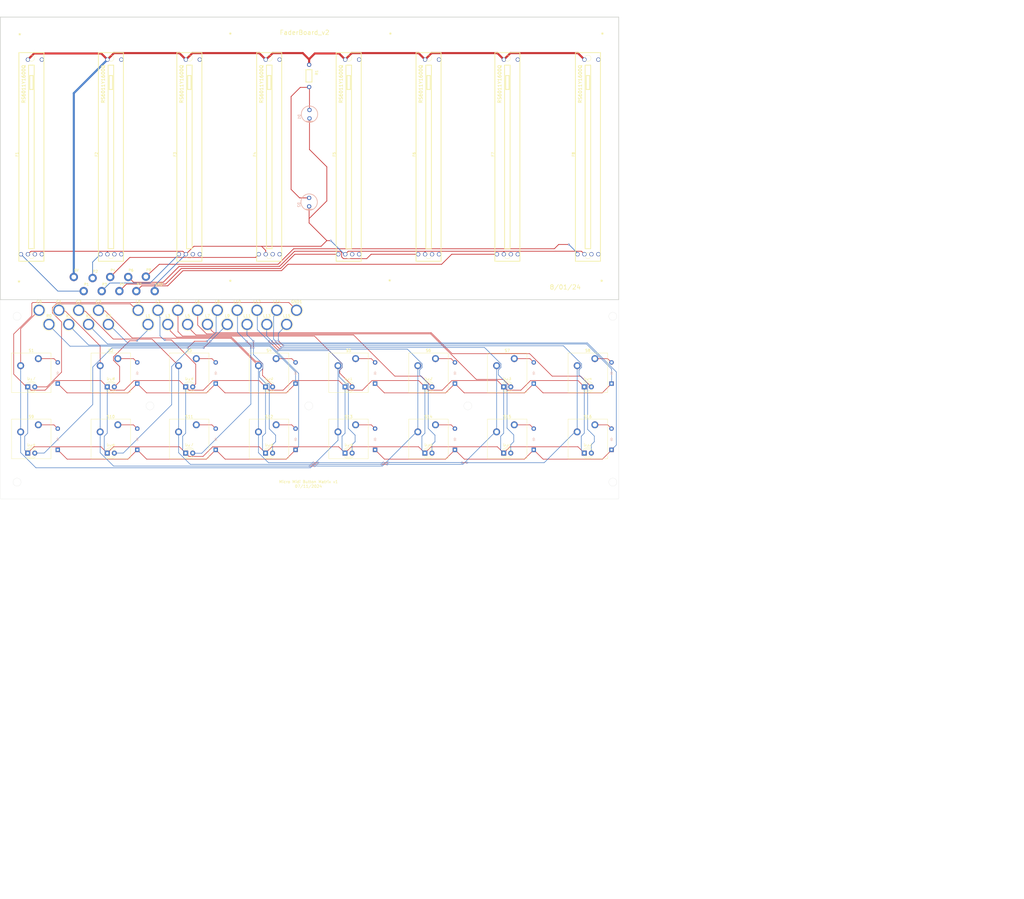
<source format=kicad_pcb>
(kicad_pcb (version 20240108) (generator "pcbnew") (generator_version "8.0")
  (layers (0 "F.Cu" signal) (31 "B.Cu" signal) (34 "B.Paste" user) (35 "F.Paste" user) (36 "B.SilkS" user "B.Silkscreen") (37 "F.SilkS" user "F.Silkscreen") (38 "B.Mask" user) (39 "F.Mask" user) (44 "Edge.Cuts" user))
  (net 0 "")
  (net 1 "Net-(D1-A)")
  (net 2 "Net-(D2-A)")
  (net 3 "Net-(D3-A)")
  (net 4 "Net-(D4-A)")
  (net 5 "Net-(D5-A)")
  (net 6 "Net-(D6-A)")
  (net 7 "Net-(D7-A)")
  (net 8 "Net-(D8-A)")
  (net 9 "Net-(D9-A)")
  (net 10 "Net-(D10-A)")
  (net 11 "Net-(D11-A)")
  (net 12 "Net-(D12-A)")
  (net 13 "Net-(D13-A)")
  (net 14 "Net-(D14-A)")
  (net 15 "Net-(D15-A)")
  (net 16 "Net-(D16-A)")
  (net 17 "Net-(D17-A)")
  (net 18 "Net-(D18-A)")
  (net 19 "Net-(D19-A)")
  (net 20 "Net-(D20-A)")
  (net 21 "Net-(D21-A)")
  (net 22 "Net-(D22-A)")
  (net 23 "Net-(D23-A)")
  (net 24 "Net-(D24-A)")
  (net 25 "Net-(D25-A)")
  (net 26 "Net-(D26-A)")
  (net 27 "Net-(D27-A)")
  (net 28 "Net-(D28-A)")
  (net 29 "Net-(D29-A)")
  (net 30 "Net-(D30-A)")
  (net 31 "Net-(D31-A)")
  (net 32 "Net-(D32-A)")
  (net 33 "Net-(C0-Pad1)")
  (net 34 "Net-(D1-K)")
  (net 35 "Net-(D5-K)")
  (net 36 "Net-(D10-K)")
  (net 37 "Net-(D13-K)")
  (net 38 "Net-(D17-K)")
  (net 39 "Net-(C1-Pad1)")
  (net 40 "Net-(C2-Pad1)")
  (net 41 "Net-(C3-Pad1)")
  (net 42 "F3_2")
  (net 43 "F1_3")
  (net 44 "GND")
  (net 45 "F8_2")
  (net 46 "F1_2")
  (net 47 "F2_2")
  (net 48 "F7_2")
  (net 49 "F6_2")
  (net 50 "F5_2")
  (net 51 "R1_2")
  (net 52 "F4_2")
  (footprint "THROUGH HOLE PAD 1.7MM HOLE 3.0MM PAD" (layer "F.Cu") (at 215.032373 189.257579)
    (property "Reference" "GND")
    (property "Value" "Pad 1.7mm Hole 3.0mm" (hide yes))
  )
  (footprint "LED_THT:LED_D3.0mm" (layer "F.Cu") (at 226.158373 247.501079)
    (property "Reference" "D27")
    (property "Value" "LED")
  )
  (footprint "LED_THT:LED_D3.0mm" (layer "F.Cu") (at 169.388373 223.688579)
    (property "Reference" "D17")
    (property "Value" "LED")
  )
  (footprint "ScottoKeebs_MX:MX_PCB_1.00u" (layer "F.Cu") (at 341.728373 218.608579)
    (property "Reference" "S7")
    (property "Value" "Keyswitch")
  )
  (footprint "LED_THT:LED_D3.0mm" (layer "F.Cu") (at 169.388373 247.501079)
    (property "Reference" "D25")
    (property "Value" "LED")
  )
  (footprint "LED_THT:LED_D3.0mm" (layer "F.Cu") (at 283.438373 247.501079)
    (property "Reference" "D29")
    (property "Value" "LED")
  )
  (footprint "TestPoint:TestPoint_Plated_Hole_D3.0mm" (layer "F.Cu") (at 184.143373 201.209579)
    (property "Reference" "R1")
    (property "Value" "MountingHole_Pad")
  )
  (footprint "TestPoint:TestPoint_Plated_Hole_D3.0mm" (layer "F.Cu") (at 233.983373 201.209579)
    (property "Reference" "L7")
    (property "Value" "MountingHole_Pad")
  )
  (footprint "ScottoKeebs_MX:MX_PCB_1.00u" (layer "F.Cu") (at 199.238373 242.421079)
    (property "Reference" "S10")
    (property "Value" "Keyswitch")
  )
  (footprint "TestPoint:TestPoint_Plated_Hole_D3.0mm" (layer "F.Cu") (at 198.383373 201.209579)
    (property "Reference" "R3")
    (property "Value" "MountingHole_Pad")
  )
  (footprint "TestPoint:TestPoint_Plated_Hole_D3.0mm" (layer "F.Cu") (at 237.543373 196.129579)
    (property "Reference" "L8")
    (property "Value" "MountingHole_Pad")
  )
  (footprint "TestPoint:TestPoint_Plated_Hole_D3.0mm" (layer "F.Cu") (at 177.023373 201.209579)
    (property "Reference" "R0")
    (property "Value" "MountingHole_Pad")
  )
  (footprint "ALPS ALPINE 60MM" (layer "F.Cu") (at 199.284373 140.997579 90)
    (property "Reference" "F2")
    (property "Value" "RS6011Y1600Q" (hide yes))
  )
  (footprint "LED_THT:LED_D3.0mm" (layer "F.Cu") (at 340.458373 247.501079)
    (property "Reference" "D31")
    (property "Value" "LED")
  )
  (footprint "LED_THT:LED_D3.0mm" (layer "F.Cu") (at 369.418373 247.501079)
    (property "Reference" "D32")
    (property "Value" "LED")
  )
  (footprint "TestPoint:TestPoint_Plated_Hole_D3.0mm" (layer "F.Cu") (at 173.463373 196.129579)
    (property "Reference" "C0")
    (property "Value" "MountingHole_Pad")
  )
  (footprint "TestPoint:TestPoint_Plated_Hole_D3.0mm" (layer "F.Cu") (at 255.343373 201.209579)
    (property "Reference" "L13")
    (property "Value" "MountingHole_Pad")
  )
  (footprint "THROUGH HOLE PAD 1.7MM HOLE 3.0MM PAD" (layer "F.Cu") (at 185.949373 184.177579)
    (property "Reference" "5V")
    (property "Value" "Pad 1.7mm Hole 3.0mm" (hide yes))
  )
  (footprint "TestPoint:TestPoint_Plated_Hole_D3.0mm" (layer "F.Cu") (at 262.463373 201.209579)
    (property "Reference" "L15")
    (property "Value" "MountingHole_Pad")
  )
  (footprint "ScottoKeebs_MX:MX_PCB_1.00u" (layer "F.Cu") (at 256.128373 242.421079)
    (property "Reference" "S12")
    (property "Value" "Keyswitch")
  )
  (footprint "LED_THT:LED_D3.0mm" (layer "F.Cu") (at 312.138373 247.501079)
    (property "Reference" "D30")
    (property "Value" "LED")
  )
  (footprint "TestPoint:TestPoint_Plated_Hole_D3.0mm" (layer "F.Cu") (at 258.903373 196.129579)
    (property "Reference" "L14")
    (property "Value" "MountingHole_Pad")
  )
  (footprint "TestPoint:TestPoint_Plated_Hole_D3.0mm" (layer "F.Cu") (at 180.583373 196.129579)
    (property "Reference" "C1")
    (property "Value" "MountingHole_Pad")
  )
  (footprint "TestPoint:TestPoint_Plated_Hole_D3.0mm" (layer "F.Cu") (at 230.423373 196.129579)
    (property "Reference" "L6")
    (property "Value" "MountingHole_Pad")
  )
  (footprint "ALPS ALPINE 60MM" (layer "F.Cu") (at 227.478373 140.997579 90)
    (property "Reference" "F3")
    (property "Value" "RS6011Y1600Q" (hide yes))
  )
  (footprint "TestPoint:TestPoint_Plated_Hole_D3.0mm" (layer "F.Cu") (at 251.783373 196.129579)
    (property "Reference" "L12")
    (property "Value" "MountingHole_Pad")
  )
  (footprint "ScottoKeebs_MX:MX_PCB_1.00u" (layer "F.Cu") (at 284.708373 242.421079)
    (property "Reference" "S13")
    (property "Value" "Keyswitch")
  )
  (footprint "TestPoint:TestPoint_Plated_Hole_D3.0mm" (layer "F.Cu") (at 212.623373 201.209579)
    (property "Reference" "L1")
    (property "Value" "MountingHole_Pad")
  )
  (footprint "TestPoint:TestPoint_Plated_Hole_D3.0mm" (layer "F.Cu") (at 219.743373 201.209579)
    (property "Reference" "L3")
    (property "Value" "MountingHole_Pad")
  )
  (footprint "ALPS ALPINE 60MM" (layer "F.Cu") (at 284.755373 140.997579 90)
    (property "Reference" "F5")
    (property "Value" "RS6011Y1600Q" (hide yes))
  )
  (footprint "LED_THT:LED_D3.0mm" (layer "F.Cu") (at 197.968373 247.501079)
    (property "Reference" "D26")
    (property "Value" "LED")
  )
  (footprint "TestPoint:TestPoint_Plated_Hole_D3.0mm" (layer "F.Cu") (at 216.183373 196.129579)
    (property "Reference" "L2")
    (property "Value" "MountingHole_Pad")
  )
  (footprint "ScottoKeebs_MX:MX_PCB_1.00u" (layer "F.Cu") (at 227.428373 218.608579)
    (property "Reference" "S3")
    (property "Value" "Keyswitch")
  )
  (footprint "THROUGH HOLE PAD 1.7MM HOLE 3.0MM PAD" (layer "F.Cu") (at 205.507373 184.177579)
    (property "Reference" "P6")
    (property "Value" "Pad 1.7mm Hole 3.0mm" (hide yes))
  )
  (footprint "ALPS ALPINE 60MM" (layer "F.Cu") (at 170.709373 140.997579 90)
    (property "Reference" "F1")
    (property "Value" "RS6011Y1600Q" (hide yes))
  )
  (footprint "ScottoKeebs_MX:MX_PCB_1.00u" (layer "F.Cu") (at 170.658373 218.608579)
    (property "Reference" "S1")
    (property "Value" "Keyswitch")
  )
  (footprint "TestPoint:TestPoint_Plated_Hole_D3.0mm" (layer "F.Cu") (at 226.863373 201.209579)
    (property "Reference" "L5")
    (property "Value" "MountingHole_Pad")
  )
  (footprint "TestPoint:TestPoint_Plated_Hole_D3.0mm" (layer "F.Cu") (at 194.823373 196.129579)
    (property "Reference" "C3")
    (property "Value" "MountingHole_Pad")
  )
  (footprint "ALPS ALPINE 60MM" (layer "F.Cu") (at 256.180373 140.997579 90)
    (property "Reference" "F4")
    (property "Value" "RS6011Y1600Q" (hide yes))
  )
  (footprint "LED_THT:LED_D3.0mm" (layer "F.Cu") (at 254.858373 223.688579)
    (property "Reference" "D20")
    (property "Value" "LED")
  )
  (footprint "LED_THT:LED_D3.0mm" (layer "F.Cu") (at 254.858373 247.501079)
    (property "Reference" "D28")
    (property "Value" "LED")
  )
  (footprint "ScottoKeebs_MX:MX_PCB_1.00u" (layer "F.Cu") (at 370.688373 242.421079)
    (property "Reference" "S16")
    (property "Value" "Keyswitch")
  )
  (footprint "LED_THT:LED_D3.0mm" (layer "F.Cu") (at 226.158373 223.688579)
    (property "Reference" "D19")
    (property "Value" "LED")
  )
  (footprint "THROUGH HOLE PAD 1.7MM HOLE 3.0MM PAD" (layer "F.Cu") (at 211.857373 184.050579)
    (property "Reference" "P8")
    (property "Value" "Pad 1.7mm Hole 3.0mm" (hide yes))
  )
  (footprint "THROUGH HOLE RESISTOR" (layer "F.Cu") (at 270.531373 107.850579 -90)
    (property "Reference" "R1")
    (property "Value" "1KΩ" (hide yes))
  )
  (footprint "ScottoKeebs_MX:MX_PCB_1.00u" (layer "F.Cu") (at 313.408373 218.608579)
    (property "Reference" "S6")
    (property "Value" "Keyswitch")
  )
  (footprint "ScottoKeebs_MX:MX_PCB_1.00u" (layer "F.Cu") (at 284.708373 218.608579)
    (property "Reference" "S5")
    (property "Value" "Keyswitch")
  )
  (footprint "TestPoint:TestPoint_Plated_Hole_D3.0mm" (layer "F.Cu") (at 266.023373 196.129579)
    (property "Reference" "GND1")
    (property "Value" "MountingHole_Pad")
  )
  (footprint "THROUGH HOLE PAD 1.7MM HOLE 3.0MM PAD" (layer "F.Cu") (at 189.505373 189.257579)
    (property "Reference" "P1")
    (property "Value" "Pad 1.7mm Hole 3.0mm" (hide yes))
  )
  (footprint "ScottoKeebs_MX:MX_PCB_1.00u" (layer "F.Cu") (at 227.428373 242.421079)
    (property "Reference" "S11")
    (property "Value" "Keyswitch")
  )
  (footprint "LED_THT:LED_D3.0mm" (layer "F.Cu") (at 369.418373 223.688579)
    (property "Reference" "D24")
    (property "Value" "LED")
  )
  (footprint "TestPoint:TestPoint_Plated_Hole_D3.0mm" (layer "F.Cu") (at 241.103373 201.209579)
    (property "Reference" "L9")
    (property "Value" "MountingHole_Pad")
  )
  (footprint "ScottoKeebs_MX:MX_PCB_1.00u" (layer "F.Cu") (at 370.688373 218.608579)
    (property "Reference" "S8")
    (property "Value" "Keyswitch")
  )
  (footprint "ALPS ALPINE 60MM" (layer "F.Cu") (at 341.778373 140.997579 90)
    (property "Reference" "F7")
    (property "Value" "RS6011Y1600Q" (hide yes))
  )
  (footprint "TestPoint:TestPoint_Plated_Hole_D3.0mm" (layer "F.Cu") (at 191.263373 201.209579)
    (property "Reference" "R2")
    (property "Value" "MountingHole_Pad")
  )
  (footprint "ScottoKeebs_MX:MX_PCB_1.00u" (layer "F.Cu") (at 199.238373 218.608579)
    (property "Reference" "S2")
    (property "Value" "Keyswitch")
  )
  (footprint "THROUGH HOLE PAD 1.7MM HOLE 3.0MM PAD" (layer "F.Cu") (at 208.428373 189.257579)
    (property "Reference" "P7")
    (property "Value" "Pad 1.7mm Hole 3.0mm" (hide yes))
  )
  (footprint "THROUGH HOLE PAD 1.7MM HOLE 3.0MM PAD" (layer "F.Cu") (at 195.982373 189.257579)
    (property "Reference" "P3")
    (property "Value" "Pad 1.7mm Hole 3.0mm" (hide yes))
  )
  (footprint "TestPoint:TestPoint_Plated_Hole_D3.0mm" (layer "F.Cu") (at 187.703373 196.129579)
    (property "Reference" "C2")
    (property "Value" "MountingHole_Pad")
  )
  (footprint "ScottoKeebs_MX:MX_PCB_1.00u" (layer "F.Cu") (at 341.728373 242.421079)
    (property "Reference" "S15")
    (property "Value" "Keyswitch")
  )
  (footprint "ALPS ALPINE 60MM" (layer "F.Cu") (at 313.457373 140.997579 90)
    (property "Reference" "F6")
    (property "Value" "RS6011Y1600Q" (hide yes))
  )
  (footprint "THROUGH HOLE PAD 1.7MM HOLE 3.0MM PAD" (layer "F.Cu") (at 199.030373 184.177579)
    (property "Reference" "P4")
    (property "Value" "Pad 1.7mm Hole 3.0mm" (hide yes))
  )
  (footprint "TestPoint:TestPoint_Plated_Hole_D3.0mm" (layer "F.Cu") (at 223.303373 196.129579)
    (property "Reference" "L4")
    (property "Value" "MountingHole_Pad")
  )
  (footprint "LED_THT:LED_D3.0mm" (layer "F.Cu") (at 197.968373 223.688579)
    (property "Reference" "D18")
    (property "Value" "LED")
  )
  (footprint "LED_THT:LED_D3.0mm" (layer "F.Cu") (at 340.458373 223.688579)
    (property "Reference" "D23")
    (property "Value" "LED")
  )
  (footprint "THROUGH HOLE PAD 1.7MM HOLE 3.0MM PAD" (layer "F.Cu") (at 192.707173 184.568779)
    (property "Reference" "P2")
    (property "Value" "Pad 1.7mm Hole 3.0mm" (hide yes))
  )
  (footprint "TestPoint:TestPoint_Plated_Hole_D3.0mm" (layer "F.Cu") (at 209.063373 196.129579)
    (property "Reference" "L0")
    (property "Value" "MountingHole_Pad")
  )
  (footprint "ALPS ALPINE 60MM" (layer "F.Cu") (at 370.734373 140.997579 90)
    (property "Reference" "F8")
    (property "Value" "RS6011Y1600Q" (hide yes))
  )
  (footprint "TestPoint:TestPoint_Plated_Hole_D3.0mm" (layer "F.Cu") (at 244.663373 196.129579)
    (property "Reference" "L10")
    (property "Value" "MountingHole_Pad")
  )
  (footprint "ScottoKeebs_MX:MX_PCB_1.00u" (layer "F.Cu") (at 170.658373 242.421079)
    (property "Reference" "S9")
    (property "Value" "Keyswitch")
  )
  (footprint "TestPoint:TestPoint_Plated_Hole_D3.0mm" (layer "F.Cu") (at 248.223373 201.209579)
    (property "Reference" "L11")
    (property "Value" "MountingHole_Pad")
  )
  (footprint "LED_THT:LED_D3.0mm" (layer "F.Cu") (at 283.438373 223.688579)
    (property "Reference" "D21")
    (property "Value" "LED")
  )
  (footprint "ScottoKeebs_MX:MX_PCB_1.00u" (layer "F.Cu") (at 313.408373 242.421079)
    (property "Reference" "S14")
    (property "Value" "Keyswitch")
  )
  (footprint "ScottoKeebs_MX:MX_PCB_1.00u" (layer "F.Cu") (at 256.128373 218.608579)
    (property "Reference" "S4")
    (property "Value" "Keyswitch")
  )
  (footprint "THROUGH HOLE PAD 1.7MM HOLE 3.0MM PAD" (layer "F.Cu") (at 202.332373 189.257579)
    (property "Reference" "P5")
    (property "Value" "Pad 1.7mm Hole 3.0mm" (hide yes))
  )
  (footprint "LED_THT:LED_D3.0mm" (layer "F.Cu") (at 312.138373 223.688579)
    (property "Reference" "D22")
    (property "Value" "LED")
  )
  (footprint "ScottoKeebs_Components:Diode_DO-35" (layer "B.Cu") (at 208.763373 246.328579 90)
    (property "Reference" "D10" (hide yes))
    (property "Value" "Diode" (hide yes))
  )
  (footprint "ScottoKeebs_Components:Diode_DO-35" (layer "B.Cu") (at 208.763373 222.516079 90)
    (property "Reference" "D2" (hide yes))
    (property "Value" "Diode" (hide yes))
  )
  (footprint "ScottoKeebs_Components:Diode_DO-35" (layer "B.Cu") (at 236.953373 246.328579 90)
    (property "Reference" "D11" (hide yes))
    (property "Value" "Diode" (hide yes))
  )
  (footprint "ScottoKeebs_Components:Diode_DO-35" (layer "B.Cu") (at 180.183373 246.328579 90)
    (property "Reference" "D9" (hide yes))
    (property "Value" "Diode" (hide yes))
  )
  (footprint "ScottoKeebs_Components:Diode_DO-35" (layer "B.Cu") (at 294.233373 222.516079 90)
    (property "Reference" "D5" (hide yes))
    (property "Value" "Diode" (hide yes))
  )
  (footprint "ScottoKeebs_Components:Diode_DO-35" (layer "B.Cu") (at 180.183373 222.516079 90)
    (property "Reference" "D1" (hide yes))
    (property "Value" "Diode" (hide yes))
  )
  (footprint "ScottoKeebs_Components:Diode_DO-35" (layer "B.Cu") (at 294.233373 246.328579 90)
    (property "Reference" "D13" (hide yes))
    (property "Value" "Diode" (hide yes))
  )
  (footprint "ScottoKeebs_Components:Diode_DO-35" (layer "B.Cu") (at 351.263373 222.516079 90)
    (property "Reference" "D7" (hide yes))
    (property "Value" "Diode" (hide yes))
  )
  (footprint "ScottoKeebs_Components:Diode_DO-35" (layer "B.Cu") (at 322.933373 222.516079 90)
    (property "Reference" "D6" (hide yes))
    (property "Value" "Diode" (hide yes))
  )
  (footprint "LED-TH_LED-DP2-2LED-AMCC" (layer "B.Cu") (at 270.531373 157.253579 -90)
    (property "Reference" "D2")
    (property "Value" "LED" (hide yes))
  )
  (footprint "ScottoKeebs_Components:Diode_DO-35" (layer "B.Cu") (at 379.213373 222.516079 90)
    (property "Reference" "D8" (hide yes))
    (property "Value" "Diode" (hide yes))
  )
  (footprint "ScottoKeebs_Components:Diode_DO-35" (layer "B.Cu") (at 265.653373 246.328579 90)
    (property "Reference" "D12" (hide yes))
    (property "Value" "Diode" (hide yes))
  )
  (footprint "ScottoKeebs_Components:Diode_DO-35" (layer "B.Cu") (at 265.653373 222.516079 90)
    (property "Reference" "D4" (hide yes))
    (property "Value" "Diode" (hide yes))
  )
  (footprint "ScottoKeebs_Components:Diode_DO-35" (layer "B.Cu") (at 236.953373 222.516079 90)
    (property "Reference" "D3" (hide yes))
    (property "Value" "Diode" (hide yes))
  )
  (footprint "LED-TH_LED-DP2-2LED-AMCC" (layer "B.Cu") (at 270.658373 125.630579 -90)
    (property "Reference" "D1")
    (property "Value" "LED" (hide yes))
  )
  (footprint "ScottoKeebs_Components:Diode_DO-35" (layer "B.Cu") (at 379.213373 246.328579 90)
    (property "Reference" "D16" (hide yes))
    (property "Value" "Diode" (hide yes))
  )
  (footprint "ScottoKeebs_Components:Diode_DO-35" (layer "B.Cu") (at 351.263373 246.328579 90)
    (property "Reference" "D15" (hide yes))
    (property "Value" "Diode" (hide yes))
  )
  (footprint "ScottoKeebs_Components:Diode_DO-35" (layer "B.Cu") (at 322.933373 246.328579 90)
    (property "Reference" "D14" (hide yes))
    (property "Value" "Diode" (hide yes))
  )
  (gr_circle (center 165.548373 257.945579) (end 164.096748 257.945579) (stroke (width 0.05)) (fill none) (layer "Edge.Cuts"))
  (gr_line (start 381.797873 192.313579) (end 159.548373 192.313579) (stroke (width 0.254)) (layer "Edge.Cuts"))
  (gr_circle (center 379.673373 198.313579) (end 378.221748 198.313579) (stroke (width 0.05)) (fill none) (layer "Edge.Cuts"))
  (gr_line (start 381.797873 90.713679) (end 381.797873 192.313579) (stroke (width 0.254)) (layer "Edge.Cuts"))
  (gr_circle (center 213.333373 230.515079) (end 211.881748 230.515079) (stroke (width 0.05)) (fill none) (layer "Edge.Cuts"))
  (gr_rect (start 159.548373 192.313579) (end 381.798373 263.945579) (stroke (width 0.05)) (fill none) (layer "Edge.Cuts"))
  (gr_circle (center 270.418373 230.515079) (end 268.966748 230.515079) (stroke (width 0.05)) (fill none) (layer "Edge.Cuts"))
  (gr_line (start 159.548373 90.713679) (end 381.797873 90.713679) (stroke (width 0.254)) (layer "Edge.Cuts"))
  (gr_circle (center 327.568373 230.515079) (end 326.116748 230.515079) (stroke (width 0.05)) (fill none) (layer "Edge.Cuts"))
  (gr_circle (center 165.548373 198.313579) (end 164.096748 198.313579) (stroke (width 0.05)) (fill none) (layer "Edge.Cuts"))
  (gr_line (start 159.548373 192.313579) (end 159.548373 90.713679) (stroke (width 0.254)) (layer "Edge.Cuts"))
  (gr_circle (center 379.673373 257.945579) (end 378.221748 257.945579) (stroke (width 0.05)) (fill none) (layer "Edge.Cuts"))
  (gr_text "*" (at 298.725373 184.964979 0) (layer "F.SilkS") (effects (font (size 1.6256 1.6256) (thickness 0.2032)) (justify left top)))
  (gr_text "*" (at 298.979373 96.191979 0) (layer "F.SilkS") (effects (font (size 1.6256 1.6256) (thickness 0.2032)) (justify left top)))
  (gr_text "8/01/24" (at 356.891373 186.869979 0) (layer "F.SilkS") (effects (font (size 1.6256 1.6256) (thickness 0.2032)) (justify left top)))
  (gr_text "*" (at 165.756373 96.445979 0) (layer "F.SilkS") (effects (font (size 1.6256 1.6256) (thickness 0.2032)) (justify left top)))
  (gr_text "*" (at 165.502373 185.345979 0) (layer "F.SilkS") (effects (font (size 1.6256 1.6256) (thickness 0.2032)) (justify left top)))
  (gr_text "*" (at 374.925373 185.091979 0) (layer "F.SilkS") (effects (font (size 1.6256 1.6256) (thickness 0.2032)) (justify left top)))
  (gr_text "Micro Midi Button Matrix v1\n07/11/2024" (at 270.288373 260.025079 0) (layer "F.SilkS") (effects (font (size 1 1)) (justify bottom)))
  (gr_text "*" (at 375.179373 96.191979 0) (layer "F.SilkS") (effects (font (size 1.6256 1.6256) (thickness 0.2032)) (justify left top)))
  (gr_text "*" (at 241.448373 96.191979 0) (layer "F.SilkS") (effects (font (size 1.6256 1.6256) (thickness 0.2032)) (justify left top)))
  (gr_text "FaderBoard_v2" (at 259.863373 95.302979 0) (layer "F.SilkS") (effects (font (size 1.6256 1.6256) (thickness 0.2032)) (justify left top)))
  (gr_text "*" (at 241.448373 185.091979 0) (layer "F.SilkS") (effects (font (size 1.6256 1.6256) (thickness 0.2032)) (justify left top)))
  (segment (start 173.198373 213.528579) (end 178.815873 213.528579) (width 0.2) (layer "F.Cu") (net 1))
  (segment (start 173.198373 213.528579) (end 173.198373 213.687329) (width 0.2) (layer "F.Cu") (net 1))
  (segment (start 173.198373 213.687329) (end 173.039623 213.846079) (width 0.2) (layer "F.Cu") (net 1))
  (segment (start 178.815873 213.528579) (end 180.183373 214.896079) (width 0.2) (layer "F.Cu") (net 1))
  (segment (start 201.778373 213.528579) (end 207.395873 213.528579) (width 0.2) (layer "F.Cu") (net 2))
  (segment (start 207.395873 213.528579) (end 208.763373 214.896079) (width 0.2) (layer "F.Cu") (net 2))
  (segment (start 235.585873 213.528579) (end 236.953373 214.896079) (width 0.2) (layer "F.Cu") (net 3))
  (segment (start 229.968373 213.528579) (end 235.585873 213.528579) (width 0.2) (layer "F.Cu") (net 3))
  (segment (start 264.285873 213.528579) (end 265.653373 214.896079) (width 0.2) (layer "F.Cu") (net 4))
  (segment (start 258.668373 213.528579) (end 264.285873 213.528579) (width 0.2) (layer "F.Cu") (net 4))
  (segment (start 292.865873 213.528579) (end 294.233373 214.896079) (width 0.2) (layer "F.Cu") (net 5))
  (segment (start 287.248373 213.528579) (end 292.865873 213.528579) (width 0.2) (layer "F.Cu") (net 5))
  (segment (start 321.565873 213.528579) (end 322.933373 214.896079) (width 0.2) (layer "F.Cu") (net 6))
  (segment (start 315.948373 213.528579) (end 321.565873 213.528579) (width 0.2) (layer "F.Cu") (net 6))
  (segment (start 344.268373 213.528579) (end 349.895873 213.528579) (width 0.2) (layer "F.Cu") (net 7))
  (segment (start 349.895873 213.528579) (end 351.263373 214.896079) (width 0.2) (layer "F.Cu") (net 7))
  (segment (start 373.228373 213.528579) (end 377.824623 213.528579) (width 0.2) (layer "F.Cu") (net 8))
  (segment (start 377.824623 213.528579) (end 379.192123 214.896079) (width 0.2) (layer "F.Cu") (net 8))
  (segment (start 178.815873 237.341079) (end 180.183373 238.708579) (width 0.2) (layer "F.Cu") (net 9))
  (segment (start 173.198373 237.341079) (end 178.815873 237.341079) (width 0.2) (layer "F.Cu") (net 9))
  (segment (start 201.778373 237.341079) (end 207.395873 237.341079) (width 0.2) (layer "F.Cu") (net 10))
  (segment (start 207.395873 237.341079) (end 208.763373 238.708579) (width 0.2) (layer "F.Cu") (net 10))
  (segment (start 229.968373 237.341079) (end 235.585873 237.341079) (width 0.2) (layer "F.Cu") (net 11))
  (segment (start 235.585873 237.341079) (end 236.953373 238.708579) (width 0.2) (layer "F.Cu") (net 11))
  (segment (start 258.668373 237.341079) (end 264.285873 237.341079) (width 0.2) (layer "F.Cu") (net 12))
  (segment (start 264.285873 237.341079) (end 265.653373 238.708579) (width 0.2) (layer "F.Cu") (net 12))
  (segment (start 287.248373 237.341079) (end 292.865873 237.341079) (width 0.2) (layer "F.Cu") (net 13))
  (segment (start 292.865873 237.341079) (end 294.233373 238.708579) (width 0.2) (layer "F.Cu") (net 13))
  (segment (start 315.948373 237.341079) (end 321.565873 237.341079) (width 0.2) (layer "F.Cu") (net 14))
  (segment (start 321.565873 237.341079) (end 322.933373 238.708579) (width 0.2) (layer "F.Cu") (net 14))
  (segment (start 349.895873 237.341079) (end 351.263373 238.708579) (width 0.2) (layer "F.Cu") (net 15))
  (segment (start 344.268373 237.341079) (end 349.895873 237.341079) (width 0.2) (layer "F.Cu") (net 15))
  (segment (start 377.845873 237.341079) (end 379.213373 238.708579) (width 0.2) (layer "F.Cu") (net 16))
  (segment (start 373.228373 237.341079) (end 377.845873 237.341079) (width 0.2) (layer "F.Cu") (net 16))
  (segment (start 178.283373 195.176887) (end 179.630681 193.829579) (width 0.2) (layer "F.Cu") (net 17))
  (segment (start 181.536065 218.415683) (end 181.536065 200.334963) (width 0.2) (layer "F.Cu") (net 17))
  (segment (start 207.674958 194.741164) (end 209.063373 196.129579) (width 0.2) (layer "F.Cu") (net 17))
  (segment (start 181.536065 200.334963) (end 178.283373 197.082271) (width 0.2) (layer "F.Cu") (net 17))
  (segment (start 207.199096 194.741164) (end 207.674958 194.741164) (width 0.2) (layer "F.Cu") (net 17))
  (segment (start 176.263169 223.688579) (end 181.536065 218.415683) (width 0.2) (layer "F.Cu") (net 17))
  (segment (start 171.928373 223.688579) (end 176.263169 223.688579) (width 0.2) (layer "F.Cu") (net 17))
  (segment (start 206.287511 193.829579) (end 207.199096 194.741164) (width 0.2) (layer "F.Cu") (net 17))
  (segment (start 178.283373 197.082271) (end 178.283373 195.176887) (width 0.2) (layer "F.Cu") (net 17))
  (segment (start 179.630681 193.829579) (end 206.287511 193.829579) (width 0.2) (layer "F.Cu") (net 17))
  (segment (start 206.015621 207.099299) (end 200.228373 212.886547) (width 0.2) (layer "F.Cu") (net 18))
  (segment (start 202.420405 216.362643) (end 202.420405 221.776547) (width 0.2) (layer "F.Cu") (net 18))
  (segment (start 202.420405 221.776547) (end 200.508373 223.688579) (width 0.2) (layer "F.Cu") (net 18))
  (segment (start 200.228373 214.170611) (end 202.420405 216.362643) (width 0.2) (layer "F.Cu") (net 18))
  (segment (start 208.688875 207.099299) (end 206.015621 207.099299) (width 0.2) (layer "F.Cu") (net 18))
  (segment (start 200.228373 212.886547) (end 200.228373 214.170611) (width 0.2) (layer "F.Cu") (net 18))
  (via (at 208.688875 207.099299) (size 0.6) (drill 0.3) (layers "F.Cu" "B.Cu") (net 18))
  (segment (start 208.688875 207.099299) (end 208.713857 207.099299) (width 0.2) (layer "B.Cu") (net 18))
  (segment (start 212.289144 201.543808) (end 212.623373 201.209579) (width 0.2) (layer "B.Cu") (net 18))
  (segment (start 208.713857 207.099299) (end 212.289144 203.524012) (width 0.2) (layer "B.Cu") (net 18))
  (segment (start 212.289144 203.524012) (end 212.289144 201.543808) (width 0.2) (layer "B.Cu") (net 18))
  (segment (start 218.667184 206.824404) (end 218.67951 206.812078) (width 0.2) (layer "F.Cu") (net 19))
  (segment (start 229.778373 222.608579) (end 228.698373 223.688579) (width 0.2) (layer "F.Cu") (net 19))
  (segment (start 221.029756 206.812078) (end 229.778373 215.560695) (width 0.2) (layer "F.Cu") (net 19))
  (segment (start 229.778373 215.560695) (end 229.778373 222.608579) (width 0.2) (layer "F.Cu") (net 19))
  (segment (start 218.67951 206.812078) (end 221.029756 206.812078) (width 0.2) (layer "F.Cu") (net 19))
  (via (at 218.667184 206.824404) (size 0.6) (drill 0.3) (layers "F.Cu" "B.Cu") (net 19))
  (segment (start 216.739067 196.685273) (end 216.183373 196.129579) (width 0.2) (layer "B.Cu") (net 19))
  (segment (start 216.924036 205.354633) (end 216.924036 198.614548) (width 0.2) (layer "B.Cu") (net 19))
  (segment (start 216.924036 198.614548) (end 216.739067 198.429579) (width 0.2) (layer "B.Cu") (net 19))
  (segment (start 218.393807 206.824404) (end 216.924036 205.354633) (width 0.2) (layer "B.Cu") (net 19))
  (segment (start 218.667184 206.824404) (end 218.393807 206.824404) (width 0.2) (layer "B.Cu") (net 19))
  (segment (start 216.739067 198.429579) (end 216.739067 196.685273) (width 0.2) (layer "B.Cu") (net 19))
  (segment (start 220.587567 203.509579) (end 220.587567 202.053773) (width 0.2) (layer "F.Cu") (net 20))
  (segment (start 252.960405 214.518579) (end 251.316743 214.518579) (width 0.2) (layer "F.Cu") (net 20))
  (segment (start 253.778373 219.581981) (end 253.778373 217.635177) (width 0.2) (layer "F.Cu") (net 20))
  (segment (start 251.316743 214.518579) (end 242.622568 205.824404) (width 0.2) (layer "F.Cu") (net 20))
  (segment (start 257.398373 223.201981) (end 253.778373 219.581981) (width 0.2) (layer "F.Cu") (net 20))
  (segment (start 257.398373 223.688579) (end 257.398373 223.201981) (width 0.2) (layer "F.Cu") (net 20))
  (segment (start 220.587567 202.053773) (end 219.743373 201.209579) (width 0.2) (layer "F.Cu") (net 20))
  (segment (start 222.902392 205.824404) (end 220.587567 203.509579) (width 0.2) (layer "F.Cu") (net 20))
  (segment (start 242.622568 205.824404) (end 222.902392 205.824404) (width 0.2) (layer "F.Cu") (net 20))
  (segment (start 253.868373 217.545177) (end 253.868373 215.426547) (width 0.2) (layer "F.Cu") (net 20))
  (segment (start 253.778373 217.635177) (end 253.868373 217.545177) (width 0.2) (layer "F.Cu") (net 20))
  (segment (start 253.868373 215.426547) (end 252.960405 214.518579) (width 0.2) (layer "F.Cu") (net 20))
  (segment (start 223.399035 198.429579) (end 223.414421 198.429579) (width 0.2) (layer "F.Cu") (net 21))
  (segment (start 281.540405 217.618579) (end 282.448373 216.710611) (width 0.2) (layer "F.Cu") (net 21))
  (segment (start 272.44623 205.424404) (end 224.981476 205.424404) (width 0.2) (layer "F.Cu") (net 21))
  (segment (start 224.981476 205.424404) (end 223.399035 203.841963) (width 0.2) (layer "F.Cu") (net 21))
  (segment (start 282.448373 215.426547) (end 272.44623 205.424404) (width 0.2) (layer "F.Cu") (net 21))
  (segment (start 223.399035 203.841963) (end 223.399035 198.429579) (width 0.2) (layer "F.Cu") (net 21))
  (segment (start 223.303373 198.318531) (end 223.303373 196.129579) (width 0.2) (layer "F.Cu") (net 21))
  (segment (start 282.448373 216.710611) (end 282.448373 215.426547) (width 0.2) (layer "F.Cu") (net 21))
  (segment (start 285.978373 223.688579) (end 285.978373 223.205194) (width 0.2) (layer "F.Cu") (net 21))
  (segment (start 281.540405 218.767226) (end 281.540405 217.618579) (width 0.2) (layer "F.Cu") (net 21))
  (segment (start 223.414421 198.429579) (end 223.303373 198.318531) (width 0.2) (layer "F.Cu") (net 21))
  (segment (start 285.978373 223.205194) (end 281.540405 218.767226) (width 0.2) (layer "F.Cu") (net 21))
  (segment (start 286.507688 205.024404) (end 229.81723 205.024404) (width 0.2) (layer "F.Cu") (net 22))
  (segment (start 310.823373 219.833579) (end 301.316863 219.833579) (width 0.2) (layer "F.Cu") (net 22))
  (segment (start 228.014892 202.361098) (end 226.863373 201.209579) (width 0.2) (layer "F.Cu") (net 22))
  (segment (start 229.81723 205.024404) (end 228.014892 203.222066) (width 0.2) (layer "F.Cu") (net 22))
  (segment (start 228.014892 203.222066) (end 228.014892 202.361098) (width 0.2) (layer "F.Cu") (net 22))
  (segment (start 314.678373 223.688579) (end 310.823373 219.833579) (width 0.2) (layer "F.Cu") (net 22))
  (segment (start 301.316863 219.833579) (end 286.507688 205.024404) (width 0.2) (layer "F.Cu") (net 22))
  (segment (start 230.484777 201.487364) (end 230.484777 198.813579) (width 0.2) (layer "F.Cu") (net 23))
  (segment (start 314.217333 204.624404) (end 233.621817 204.624404) (width 0.2) (layer "F.Cu") (net 23))
  (segment (start 340.325873 221.016079) (end 330.609008 221.016079) (width 0.2) (layer "F.Cu") (net 23))
  (segment (start 230.484777 198.813579) (end 230.484777 196.190983) (width 0.2) (layer "F.Cu") (net 23))
  (segment (start 342.998373 223.688579) (end 340.325873 221.016079) (width 0.2) (layer "F.Cu") (net 23))
  (segment (start 230.484777 196.190983) (end 230.423373 196.129579) (width 0.2) (layer "F.Cu") (net 23))
  (segment (start 330.609008 221.016079) (end 314.217333 204.624404) (width 0.2) (layer "F.Cu") (net 23))
  (segment (start 233.621817 204.624404) (end 230.484777 201.487364) (width 0.2) (layer "F.Cu") (net 23))
  (segment (start 317.20615 207.047536) (end 314.383019 204.224404) (width 0.2) (layer "F.Cu") (net 24))
  (segment (start 321.900708 211.742094) (end 317.20615 207.047536) (width 0.2) (layer "F.Cu") (net 24))
  (segment (start 349.777839 211.742094) (end 321.900708 211.742094) (width 0.2) (layer "F.Cu") (net 24))
  (segment (start 235.231924 203.213719) (end 235.231924 202.45813) (width 0.2) (layer "F.Cu") (net 24))
  (segment (start 357.869324 219.833579) (end 349.777839 211.742094) (width 0.2) (layer "F.Cu") (net 24))
  (segment (start 371.958373 223.688579) (end 368.103373 219.833579) (width 0.2) (layer "F.Cu") (net 24))
  (segment (start 236.242609 204.224404) (end 235.231924 203.213719) (width 0.2) (layer "F.Cu") (net 24))
  (segment (start 314.383019 204.224404) (end 236.242609 204.224404) (width 0.2) (layer "F.Cu") (net 24))
  (segment (start 368.103373 219.833579) (end 357.869324 219.833579) (width 0.2) (layer "F.Cu") (net 24))
  (segment (start 235.231924 202.45813) (end 233.983373 201.209579) (width 0.2) (layer "F.Cu") (net 24))
  (segment (start 233.851944 207.292456) (end 229.334649 207.292456) (width 0.2) (layer "F.Cu") (net 25))
  (segment (start 226.976296 209.650809) (end 226.976296 209.670096) (width 0.2) (layer "F.Cu") (net 25))
  (segment (start 229.334649 207.292456) (end 226.976296 209.650809) (width 0.2) (layer "F.Cu") (net 25))
  (segment (start 233.874304 207.270096) (end 233.851944 207.292456) (width 0.2) (layer "F.Cu") (net 25))
  (via (at 233.874304 207.270096) (size 0.6) (drill 0.3) (layers "F.Cu" "B.Cu") (net 25))
  (via (at 226.976296 209.670096) (size 0.6) (drill 0.3) (layers "F.Cu" "B.Cu") (net 25))
  (segment (start 237.214898 198.429579) (end 237.214898 196.458054) (width 0.2) (layer "B.Cu") (net 25))
  (segment (start 233.874304 207.261805) (end 237.099504 204.036605) (width 0.2) (layer "B.Cu") (net 25))
  (segment (start 237.099504 204.036605) (end 237.099504 198.474651) (width 0.2) (layer "B.Cu") (net 25))
  (segment (start 175.295078 247.501079) (end 171.928373 247.501079) (width 0.2) (layer "B.Cu") (net 25))
  (segment (start 237.214898 196.458054) (end 237.543373 196.129579) (width 0.2) (layer "B.Cu") (net 25))
  (segment (start 199.634824 209.670096) (end 192.758731 216.546189) (width 0.2) (layer "B.Cu") (net 25))
  (segment (start 192.758731 216.546189) (end 192.758731 230.037426) (width 0.2) (layer "B.Cu") (net 25))
  (segment (start 237.144576 198.429579) (end 237.214898 198.429579) (width 0.2) (layer "B.Cu") (net 25))
  (segment (start 237.099504 198.474651) (end 237.144576 198.429579) (width 0.2) (layer "B.Cu") (net 25))
  (segment (start 192.758731 230.037426) (end 175.295078 247.501079) (width 0.2) (layer "B.Cu") (net 25))
  (segment (start 226.976296 209.670096) (end 199.634824 209.670096) (width 0.2) (layer "B.Cu") (net 25))
  (segment (start 233.874304 207.270096) (end 233.874304 207.261805) (width 0.2) (layer "B.Cu") (net 25))
  (segment (start 235.059008 207.272517) (end 232.661429 209.670096) (width 0.2) (layer "F.Cu") (net 26))
  (segment (start 235.059008 207.270096) (end 235.059008 207.272517) (width 0.2) (layer "F.Cu") (net 26))
  (segment (start 232.661429 209.670096) (end 232.661249 209.670096) (width 0.2) (layer "F.Cu") (net 26))
  (via (at 235.059008 207.270096) (size 0.6) (drill 0.3) (layers "F.Cu" "B.Cu") (net 26))
  (via (at 232.661249 209.670096) (size 0.6) (drill 0.3) (layers "F.Cu" "B.Cu") (net 26))
  (segment (start 235.059008 207.270096) (end 235.061429 207.270096) (width 0.2) (layer "B.Cu") (net 26))
  (segment (start 239.490329 202.849227) (end 239.490329 202.822623) (width 0.2) (layer "B.Cu") (net 26))
  (segment (start 227.824824 209.670096) (end 221.123373 216.371547) (width 0.2) (layer "B.Cu") (net 26))
  (segment (start 221.123373 230.102793) (end 203.725087 247.501079) (width 0.2) (layer "B.Cu") (net 26))
  (segment (start 238.315518 204.024036) (end 239.398013 202.941541) (width 0.2) (layer "B.Cu") (net 26))
  (segment (start 239.398013 202.941541) (end 239.398015 202.941541) (width 0.2) (layer "B.Cu") (net 26))
  (segment (start 221.123373 216.371547) (end 221.123373 230.102793) (width 0.2) (layer "B.Cu") (net 26))
  (segment (start 203.725087 247.501079) (end 200.508373 247.501079) (width 0.2) (layer "B.Cu") (net 26))
  (segment (start 238.307489 204.024036) (end 238.315518 204.024036) (width 0.2) (layer "B.Cu") (net 26))
  (segment (start 232.661249 209.670096) (end 227.824824 209.670096) (width 0.2) (layer "B.Cu") (net 26))
  (segment (start 235.061429 207.270096) (end 238.307489 204.024036) (width 0.2) (layer "B.Cu") (net 26))
  (segment (start 239.398015 202.941541) (end 239.490329 202.849227) (width 0.2) (layer "B.Cu") (net 26))
  (segment (start 239.490329 202.822623) (end 241.103373 201.209579) (width 0.2) (layer "B.Cu") (net 26))
  (segment (start 249.581247 209.670096) (end 249.581247 208.816365) (width 0.2) (layer "F.Cu") (net 27))
  (segment (start 249.581247 208.816365) (end 248.034978 207.270096) (width 0.2) (layer "F.Cu") (net 27))
  (via (at 249.581247 209.670096) (size 0.6) (drill 0.3) (layers "F.Cu" "B.Cu") (net 27))
  (via (at 248.034978 207.270096) (size 0.6) (drill 0.3) (layers "F.Cu" "B.Cu") (net 27))
  (segment (start 228.768722 247.571428) (end 228.698373 247.501079) (width 0.2) (layer "B.Cu") (net 27))
  (segment (start 248.034978 207.270096) (end 244.780889 204.016007) (width 0.2) (layer "B.Cu") (net 27))
  (segment (start 249.588219 209.677068) (end 249.588219 229.912176) (width 0.2) (layer "B.Cu") (net 27))
  (segment (start 249.581247 209.670096) (end 249.588219 209.677068) (width 0.2) (layer "B.Cu") (net 27))
  (segment (start 244.780889 204.016007) (end 244.780889 196.247095) (width 0.2) (layer "B.Cu") (net 27))
  (segment (start 231.928967 247.571428) (end 228.768722 247.571428) (width 0.2) (layer "B.Cu") (net 27))
  (segment (start 249.588219 229.912176) (end 231.928967 247.571428) (width 0.2) (layer "B.Cu") (net 27))
  (segment (start 244.780889 196.247095) (end 244.663373 196.129579) (width 0.2) (layer "B.Cu") (net 27))
  (segment (start 250.516865 207.277481) (end 250.50948 207.270096) (width 0.2) (layer "F.Cu") (net 28))
  (segment (start 250.516865 209.670096) (end 250.516865 207.277481) (width 0.2) (layer "F.Cu") (net 28))
  (via (at 250.516865 209.670096) (size 0.6) (drill 0.3) (layers "F.Cu" "B.Cu") (net 28))
  (via (at 250.50948 207.270096) (size 0.6) (drill 0.3) (layers "F.Cu" "B.Cu") (net 28))
  (segment (start 252.718373 220.20435) (end 255.002602 222.488579) (width 0.2) (layer "B.Cu") (net 28))
  (segment (start 250.498624 212.056798) (end 253.868373 215.426547) (width 0.2) (layer "B.Cu") (net 28))
  (segment (start 256.058373 222.488579) (end 256.198373 222.628579) (width 0.2) (layer "B.Cu") (net 28))
  (segment (start 253.868373 217.10326) (end 252.718373 218.25326) (width 0.2) (layer "B.Cu") (net 28))
  (segment (start 253.868373 215.426547) (end 253.868373 217.10326) (width 0.2) (layer "B.Cu") (net 28))
  (segment (start 255.002602 222.488579) (end 256.058373 222.488579) (width 0.2) (layer "B.Cu") (net 28))
  (segment (start 248.170844 201.262108) (end 248.223373 201.209579) (width 0.2) (layer "B.Cu") (net 28))
  (segment (start 258.478373 241.058579) (end 258.478373 243.394481) (width 0.2) (layer "B.Cu") (net 28))
  (segment (start 250.516865 209.670096) (end 250.498624 209.688337) (width 0.2) (layer "B.Cu") (net 28))
  (segment (start 256.198373 222.628579) (end 256.198373 238.778579) (width 0.2) (layer "B.Cu") (net 28))
  (segment (start 258.478373 243.394481) (end 257.398373 244.474481) (width 0.2) (layer "B.Cu") (net 28))
  (segment (start 250.50948 207.270096) (end 248.170844 204.93146) (width 0.2) (layer "B.Cu") (net 28))
  (segment (start 248.170844 204.93146) (end 248.170844 201.262108) (width 0.2) (layer "B.Cu") (net 28))
  (segment (start 256.198373 238.778579) (end 258.478373 241.058579) (width 0.2) (layer "B.Cu") (net 28))
  (segment (start 257.398373 244.474481) (end 257.398373 247.501079) (width 0.2) (layer "B.Cu") (net 28))
  (segment (start 250.498624 209.688337) (end 250.498624 212.056798) (width 0.2) (layer "B.Cu") (net 28))
  (segment (start 252.718373 218.25326) (end 252.718373 220.20435) (width 0.2) (layer "B.Cu") (net 28))
  (segment (start 259.361023 210.576345) (end 259.361023 210.576346) (width 0.2) (layer "F.Cu") (net 29))
  (segment (start 256.054774 207.270096) (end 259.361023 210.576345) (width 0.2) (layer "F.Cu") (net 29))
  (via (at 259.361023 210.576346) (size 0.6) (drill 0.3) (layers "F.Cu" "B.Cu") (net 29))
  (via (at 256.054774 207.270096) (size 0.6) (drill 0.3) (layers "F.Cu" "B.Cu") (net 29))
  (segment (start 251.900618 196.246824) (end 251.783373 196.129579) (width 0.2) (layer "B.Cu") (net 29))
  (segment (start 281.298373 220.020662) (end 283.76629 222.488579) (width 0.2) (layer "B.Cu") (net 29))
  (segment (start 284.638373 238.636406) (end 287.058373 241.056406) (width 0.2) (layer "B.Cu") (net 29))
  (segment (start 281.298373 217.860611) (end 281.298373 220.020662) (width 0.2) (layer "B.Cu") (net 29))
  (segment (start 282.448373 216.710611) (end 281.298373 217.860611) (width 0.2) (layer "B.Cu") (net 29))
  (segment (start 285.978373 244.474481) (end 285.978373 247.501079) (width 0.2) (layer "B.Cu") (net 29))
  (segment (start 287.058373 241.056406) (end 287.058373 243.394481) (width 0.2) (layer "B.Cu") (net 29))
  (segment (start 282.448373 215.426547) (end 282.448373 216.710611) (width 0.2) (layer "B.Cu") (net 29))
  (segment (start 259.361023 210.576346) (end 259.42696 210.642283) (width 0.2) (layer "B.Cu") (net 29))
  (segment (start 259.42696 210.642283) (end 277.664109 210.642283) (width 0.2) (layer "B.Cu") (net 29))
  (segment (start 283.76629 222.488579) (end 284.638373 222.488579) (width 0.2) (layer "B.Cu") (net 29))
  (segment (start 277.664109 210.642283) (end 282.448373 215.426547) (width 0.2) (layer "B.Cu") (net 29))
  (segment (start 256.054774 207.270096) (end 251.900618 203.11594) (width 0.2) (layer "B.Cu") (net 29))
  (segment (start 251.900618 203.11594) (end 251.900618 196.246824) (width 0.2) (layer "B.Cu") (net 29))
  (segment (start 284.638373 222.488579) (end 284.638373 238.636406) (width 0.2) (layer "B.Cu") (net 29))
  (segment (start 287.058373 243.394481) (end 285.978373 244.474481) (width 0.2) (layer "B.Cu") (net 29))
  (segment (start 257.180435 207.270096) (end 257.76751 207.857171) (width 0.2) (layer "F.Cu") (net 30))
  (segment (start 259.939698 210.042283) (end 259.956658 210.042283) (width 0.2) (layer "F.Cu") (net 30))
  (segment (start 257.76751 207.857171) (end 257.76751 207.870095) (width 0.2) (layer "F.Cu") (net 30))
  (segment (start 257.76751 207.870095) (end 259.939698 210.042283) (width 0.2) (layer "F.Cu") (net 30))
  (via (at 259.956658 210.042283) (size 0.6) (drill 0.3) (layers "F.Cu" "B.Cu") (net 30))
  (via (at 257.180435 207.270096) (size 0.6) (drill 0.3) (layers "F.Cu" "B.Cu") (net 30))
  (segment (start 255.2608 201.292152) (end 255.343373 201.209579) (width 0.2) (layer "B.Cu") (net 30))
  (segment (start 315.758373 241.061953) (end 315.758373 243.394481) (width 0.2) (layer "B.Cu") (net 30))
  (segment (start 315.758373 243.394481) (end 314.678373 244.474481) (width 0.2) (layer "B.Cu") (net 30))
  (segment (start 260.031795 210.11742) (end 305.839246 210.11742) (width 0.2) (layer "B.Cu") (net 30))
  (segment (start 311.148373 215.426547) (end 311.148373 216.710611) (width 0.2) (layer "B.Cu") (net 30))
  (segment (start 311.148373 216.710611) (end 310.240405 217.618579) (width 0.2) (layer "B.Cu") (net 30))
  (segment (start 257.180435 207.270096) (end 257.145993 207.270096) (width 0.2) (layer "B.Cu") (net 30))
  (segment (start 257.145993 207.270096) (end 255.2608 205.384903) (width 0.2) (layer "B.Cu") (net 30))
  (segment (start 313.338373 238.641953) (end 315.758373 241.061953) (width 0.2) (layer "B.Cu") (net 30))
  (segment (start 259.956658 210.042283) (end 260.031795 210.11742) (width 0.2) (layer "B.Cu") (net 30))
  (segment (start 255.2608 205.384903) (end 255.2608 201.292152) (width 0.2) (layer "B.Cu") (net 30))
  (segment (start 305.839246 210.11742) (end 311.148373 215.426547) (width 0.2) (layer "B.Cu") (net 30))
  (segment (start 314.678373 244.474481) (end 314.678373 247.501079) (width 0.2) (layer "B.Cu") (net 30))
  (segment (start 310.240405 217.618579) (end 310.240405 219.390611) (width 0.2) (layer "B.Cu") (net 30))
  (segment (start 313.338373 222.488579) (end 313.338373 238.641953) (width 0.2) (layer "B.Cu") (net 30))
  (segment (start 310.240405 219.390611) (end 313.338373 222.488579) (width 0.2) (layer "B.Cu") (net 30))
  (segment (start 258.50703 207.461361) (end 260.515765 209.470096) (width 0.2) (layer "F.Cu") (net 31))
  (segment (start 258.50703 207.270096) (end 258.50703 207.461361) (width 0.2) (layer "F.Cu") (net 31))
  (via (at 260.515765 209.470096) (size 0.6) (drill 0.3) (layers "F.Cu" "B.Cu") (net 31))
  (via (at 258.50703 207.270096) (size 0.6) (drill 0.3) (layers "F.Cu" "B.Cu") (net 31))
  (segment (start 260.515765 209.470096) (end 260.568742 209.523073) (width 0.2) (layer "B.Cu") (net 31))
  (segment (start 258.50703 207.270096) (end 257.757449 206.520515) (width 0.2) (layer "B.Cu") (net 31))
  (segment (start 257.757449 198.44701) (end 257.95523 198.249229) (width 0.2) (layer "B.Cu") (net 31))
  (segment (start 339.468373 215.426547) (end 339.468373 216.710611) (width 0.2) (layer "B.Cu") (net 31))
  (segment (start 342.998373 244.474481) (end 342.998373 247.501079) (width 0.2) (layer "B.Cu") (net 31))
  (segment (start 257.95523 197.077722) (end 258.903373 196.129579) (width 0.2) (layer "B.Cu") (net 31))
  (segment (start 341.658373 222.488579) (end 341.658373 238.536752) (width 0.2) (layer "B.Cu") (net 31))
  (segment (start 260.568742 209.523073) (end 333.564899 209.523073) (width 0.2) (layer "B.Cu") (net 31))
  (segment (start 344.078373 243.394481) (end 342.998373 244.474481) (width 0.2) (layer "B.Cu") (net 31))
  (segment (start 339.468373 216.710611) (end 338.560405 217.618579) (width 0.2) (layer "B.Cu") (net 31))
  (segment (start 257.95523 198.249229) (end 257.95523 197.077722) (width 0.2) (layer "B.Cu") (net 31))
  (segment (start 338.560405 219.390611) (end 341.658373 222.488579) (width 0.2) (layer "B.Cu") (net 31))
  (segment (start 257.757449 206.520515) (end 257.757449 198.44701) (width 0.2) (layer "B.Cu") (net 31))
  (segment (start 333.564899 209.523073) (end 339.468373 215.426547) (width 0.2) (layer "B.Cu") (net 31))
  (segment (start 338.560405 217.618579) (end 338.560405 219.390611) (width 0.2) (layer "B.Cu") (net 31))
  (segment (start 341.658373 238.536752) (end 344.078373 240.956752) (width 0.2) (layer "B.Cu") (net 31))
  (segment (start 344.078373 240.956752) (end 344.078373 243.394481) (width 0.2) (layer "B.Cu") (net 31))
  (segment (start 261.213802 208.870096) (end 261.214924 208.871218) (width 0.2) (layer "F.Cu") (net 32))
  (segment (start 261.213802 208.864923) (end 261.213802 208.870096) (width 0.2) (layer "F.Cu") (net 32))
  (segment (start 259.481461 207.132582) (end 261.213802 208.864923) (width 0.2) (layer "F.Cu") (net 32))
  (via (at 261.214924 208.871218) (size 0.6) (drill 0.3) (layers "F.Cu" "B.Cu") (net 32))
  (via (at 259.481461 207.132582) (size 0.6) (drill 0.3) (layers "F.Cu" "B.Cu") (net 32))
  (segment (start 370.618373 222.488579) (end 370.618373 238.983082) (width 0.2) (layer "B.Cu") (net 32))
  (segment (start 368.428373 216.710611) (end 367.520405 217.618579) (width 0.2) (layer "B.Cu") (net 32))
  (segment (start 371.958373 244.474481) (end 371.958373 247.501079) (width 0.2) (layer "B.Cu") (net 32))
  (segment (start 373.038373 243.394481) (end 371.958373 244.474481) (width 0.2) (layer "B.Cu") (net 32))
  (segment (start 259.481461 204.406737) (end 260.94465 202.943548) (width 0.2) (layer "B.Cu") (net 32))
  (segment (start 261.245651 208.901945) (end 361.903771 208.901945) (width 0.2) (layer "B.Cu") (net 32))
  (segment (start 368.428373 215.426547) (end 368.428373 216.710611) (width 0.2) (layer "B.Cu") (net 32))
  (segment (start 260.94465 202.943548) (end 260.94465 202.728302) (width 0.2) (layer "B.Cu") (net 32))
  (segment (start 260.94465 202.728302) (end 262.463373 201.209579) (width 0.2) (layer "B.Cu") (net 32))
  (segment (start 259.481461 207.132582) (end 259.481461 204.406737) (width 0.2) (layer "B.Cu") (net 32))
  (segment (start 361.903771 208.901945) (end 368.428373 215.426547) (width 0.2) (layer "B.Cu") (net 32))
  (segment (start 261.214924 208.871218) (end 261.245651 208.901945) (width 0.2) (layer "B.Cu") (net 32))
  (segment (start 370.618373 238.983082) (end 373.038373 241.403082) (width 0.2) (layer "B.Cu") (net 32))
  (segment (start 367.520405 217.618579) (end 367.520405 219.390611) (width 0.2) (layer "B.Cu") (net 32))
  (segment (start 367.520405 219.390611) (end 370.618373 222.488579) (width 0.2) (layer "B.Cu") (net 32))
  (segment (start 373.038373 241.403082) (end 373.038373 243.394481) (width 0.2) (layer "B.Cu") (net 32))
  (segment (start 166.848373 202.744579) (end 173.463373 196.129579) (width 0.2) (layer "F.Cu") (net 33))
  (segment (start 166.848373 216.068579) (end 166.848373 202.744579) (width 0.2) (layer "F.Cu") (net 33))
  (segment (start 166.848373 239.881079) (end 166.848373 247.32065) (width 0.2) (layer "B.Cu") (net 33))
  (segment (start 280.898373 242.916412) (end 280.898373 239.881079) (width 0.2) (layer "B.Cu") (net 33))
  (segment (start 166.848373 247.32065) (end 172.305924 252.778201) (width 0.2) (layer "B.Cu") (net 33))
  (segment (start 271.036584 252.778201) (end 280.898373 242.916412) (width 0.2) (layer "B.Cu") (net 33))
  (segment (start 166.848373 239.881079) (end 166.848373 216.068579) (width 0.2) (layer "B.Cu") (net 33))
  (segment (start 172.305924 252.778201) (end 271.036584 252.778201) (width 0.2) (layer "B.Cu") (net 33))
  (segment (start 280.898373 216.068579) (end 280.898373 239.881079) (width 0.2) (layer "B.Cu") (net 33))
  (segment (start 233.630873 225.838579) (end 236.953373 222.516079) (width 0.2) (layer "F.Cu") (net 34))
  (segment (start 262.330873 225.838579) (end 265.653373 222.516079) (width 0.2) (layer "F.Cu") (net 34))
  (segment (start 208.763373 222.516079) (end 212.085873 225.838579) (width 0.2) (layer "F.Cu") (net 34))
  (segment (start 212.085873 225.838579) (end 233.630873 225.838579) (width 0.2) (layer "F.Cu") (net 34))
  (segment (start 180.183373 222.516079) (end 183.505873 225.838579) (width 0.2) (layer "F.Cu") (net 34))
  (segment (start 240.275873 225.838579) (end 262.330873 225.838579) (width 0.2) (layer "F.Cu") (net 34))
  (segment (start 236.953373 222.516079) (end 240.275873 225.838579) (width 0.2) (layer "F.Cu") (net 34))
  (segment (start 205.440873 225.838579) (end 208.763373 222.516079) (width 0.2) (layer "F.Cu") (net 34))
  (segment (start 183.505873 225.838579) (end 205.440873 225.838579) (width 0.2) (layer "F.Cu") (net 34))
  (segment (start 265.653373 222.516079) (end 265.653373 218.321547) (width 0.2) (layer "B.Cu") (net 34))
  (segment (start 256.401922 209.070096) (end 184.58389 209.070096) (width 0.2) (layer "B.Cu") (net 34))
  (segment (start 265.653373 218.321547) (end 256.401922 209.070096) (width 0.2) (layer "B.Cu") (net 34))
  (segment (start 177.023373 201.509579) (end 177.023373 201.209579) (width 0.2) (layer "B.Cu") (net 34))
  (segment (start 184.58389 209.070096) (end 177.023373 201.509579) (width 0.2) (layer "B.Cu") (net 34))
  (segment (start 297.555873 225.838579) (end 319.610873 225.838579) (width 0.2) (layer "F.Cu") (net 35))
  (segment (start 375.890873 225.838579) (end 379.213373 222.516079) (width 0.2) (layer "F.Cu") (net 35))
  (segment (start 322.933373 222.516079) (end 326.255873 225.838579) (width 0.2) (layer "F.Cu") (net 35))
  (segment (start 347.940873 225.838579) (end 351.263373 222.516079) (width 0.2) (layer "F.Cu") (net 35))
  (segment (start 354.585873 225.838579) (end 375.890873 225.838579) (width 0.2) (layer "F.Cu") (net 35))
  (segment (start 319.610873 225.838579) (end 322.933373 222.516079) (width 0.2) (layer "F.Cu") (net 35))
  (segment (start 294.233373 222.516079) (end 297.555873 225.838579) (width 0.2) (layer "F.Cu") (net 35))
  (segment (start 326.255873 225.838579) (end 347.940873 225.838579) (width 0.2) (layer "F.Cu") (net 35))
  (segment (start 351.263373 222.516079) (end 354.585873 225.838579) (width 0.2) (layer "F.Cu") (net 35))
  (segment (start 379.213373 222.516079) (end 379.306373 222.609079) (width 0.2) (layer "F.Cu") (net 35))
  (segment (start 370.24489 208.270096) (end 198.052663 208.270096) (width 0.2) (layer "B.Cu") (net 35))
  (segment (start 379.248373 217.273579) (end 370.24489 208.270096) (width 0.2) (layer "B.Cu") (net 35))
  (segment (start 198.052663 208.270096) (end 192.754105 202.971538) (width 0.2) (layer "B.Cu") (net 35))
  (segment (start 192.754105 202.971538) (end 192.754105 202.700311) (width 0.2) (layer "B.Cu") (net 35))
  (segment (start 379.248373 222.516079) (end 379.248373 217.273579) (width 0.2) (layer "B.Cu") (net 35))
  (segment (start 192.754105 202.700311) (end 191.263373 201.209579) (width 0.2) (layer "B.Cu") (net 35))
  (segment (start 205.402373 249.689579) (end 208.763373 246.328579) (width 0.2) (layer "F.Cu") (net 36))
  (segment (start 208.763373 246.328579) (end 212.124373 249.689579) (width 0.2) (layer "F.Cu") (net 36))
  (segment (start 233.592373 249.689579) (end 236.953373 246.328579) (width 0.2) (layer "F.Cu") (net 36))
  (segment (start 212.124373 249.689579) (end 233.592373 249.689579) (width 0.2) (layer "F.Cu") (net 36))
  (segment (start 236.988373 246.328579) (end 240.349373 249.689579) (width 0.2) (layer "F.Cu") (net 36))
  (segment (start 262.292373 249.689579) (end 265.653373 246.328579) (width 0.2) (layer "F.Cu") (net 36))
  (segment (start 236.953373 246.328579) (end 236.988373 246.328579) (width 0.2) (layer "F.Cu") (net 36))
  (segment (start 183.544373 249.689579) (end 205.402373 249.689579) (width 0.2) (layer "F.Cu") (net 36))
  (segment (start 180.183373 246.328579) (end 183.544373 249.689579) (width 0.2) (layer "F.Cu") (net 36))
  (segment (start 240.349373 249.689579) (end 262.292373 249.689579) (width 0.2) (layer "F.Cu") (net 36))
  (segment (start 185.610424 202.67663) (end 184.143373 201.209579) (width 0.2) (layer "B.Cu") (net 36))
  (segment (start 185.610424 202.99522) (end 185.610424 202.67663) (width 0.2) (layer "B.Cu") (net 36))
  (segment (start 256.567608 208.670096) (end 191.2853 208.670096) (width 0.2) (layer "B.Cu") (net 36))
  (segment (start 191.2853 208.670096) (end 185.610424 202.99522) (width 0.2) (layer "B.Cu") (net 36))
  (segment (start 265.653373 246.328579) (end 266.753373 245.228579) (width 0.2) (layer "B.Cu") (net 36))
  (segment (start 266.753373 218.855861) (end 256.567608 208.670096) (width 0.2) (layer "B.Cu") (net 36))
  (segment (start 266.753373 245.228579) (end 266.753373 218.855861) (width 0.2) (layer "B.Cu") (net 36))
  (segment (start 297.594373 249.689579) (end 319.572373 249.689579) (width 0.2) (layer "F.Cu") (net 37))
  (segment (start 319.572373 249.689579) (end 322.933373 246.328579) (width 0.2) (layer "F.Cu") (net 37))
  (segment (start 375.952373 249.689579) (end 379.213373 246.428579) (width 0.2) (layer "F.Cu") (net 37))
  (segment (start 326.294373 249.689579) (end 347.902373 249.689579) (width 0.2) (layer "F.Cu") (net 37))
  (segment (start 322.933373 246.328579) (end 326.294373 249.689579) (width 0.2) (layer "F.Cu") (net 37))
  (segment (start 351.263373 246.328579) (end 354.624373 249.689579) (width 0.2) (layer "F.Cu") (net 37))
  (segment (start 294.233373 246.328579) (end 297.594373 249.689579) (width 0.2) (layer "F.Cu") (net 37))
  (segment (start 379.213373 246.428579) (end 379.213373 246.328579) (width 0.2) (layer "F.Cu") (net 37))
  (segment (start 347.902373 249.689579) (end 351.263373 246.328579) (width 0.2) (layer "F.Cu") (net 37))
  (segment (start 354.624373 249.689579) (end 375.952373 249.689579) (width 0.2) (layer "F.Cu") (net 37))
  (segment (start 380.938373 244.603579) (end 379.213373 246.328579) (width 0.2) (layer "B.Cu") (net 37))
  (segment (start 380.938373 218.313579) (end 380.938373 244.603579) (width 0.2) (layer "B.Cu") (net 37))
  (segment (start 370.49489 207.870096) (end 380.938373 218.313579) (width 0.2) (layer "B.Cu") (net 37))
  (segment (start 199.908793 202.734999) (end 200.110645 202.734999) (width 0.2) (layer "B.Cu") (net 37))
  (segment (start 205.245742 207.870096) (end 370.49489 207.870096) (width 0.2) (layer "B.Cu") (net 37))
  (segment (start 198.383373 201.209579) (end 199.908793 202.734999) (width 0.2) (layer "B.Cu") (net 37))
  (segment (start 200.110645 202.734999) (end 205.245742 207.870096) (width 0.2) (layer "B.Cu") (net 37))
  (segment (start 283.438373 223.688579) (end 284.638373 224.888579) (width 0.2) (layer "F.Cu") (net 38))
  (segment (start 226.158373 223.688579) (end 226.158373 223.701618) (width 0.2) (layer "F.Cu") (net 38))
  (segment (start 227.358373 248.701079) (end 232.380873 248.701079) (width 0.2) (layer "F.Cu") (net 38))
  (segment (start 340.458373 223.688579) (end 341.658373 224.888579) (width 0.2) (layer "F.Cu") (net 38))
  (segment (start 252.585873 221.416079) (end 254.858373 223.688579) (width 0.2) (layer "F.Cu") (net 38))
  (segment (start 341.658373 224.888579) (end 346.645484 224.888579) (width 0.2) (layer "F.Cu") (net 38))
  (segment (start 289.660873 224.888579) (end 293.133373 221.416079) (width 0.2) (layer "F.Cu") (net 38))
  (segment (start 321.831255 221.416079) (end 338.185873 221.416079) (width 0.2) (layer "F.Cu") (net 38))
  (segment (start 254.858373 223.692634) (end 256.054318 224.888579) (width 0.2) (layer "F.Cu") (net 38))
  (segment (start 264.653904 221.416079) (end 281.165873 221.416079) (width 0.2) (layer "F.Cu") (net 38))
  (segment (start 168.925961 223.688579) (end 164.353373 219.115991) (width 0.2) (layer "F.Cu") (net 38))
  (segment (start 170.858373 193.664529) (end 171.169323 193.353579) (width 0.2) (layer "F.Cu") (net 38))
  (segment (start 195.695873 221.416079) (end 197.968373 223.688579) (width 0.2) (layer "F.Cu") (net 38))
  (segment (start 197.980835 223.688579) (end 199.180835 224.888579) (width 0.2) (layer "F.Cu") (net 38))
  (segment (start 284.638373 224.888579) (end 289.660873 224.888579) (width 0.2) (layer "F.Cu") (net 38))
  (segment (start 207.591946 221.416079) (end 223.885873 221.416079) (width 0.2) (layer "F.Cu") (net 38))
  (segment (start 170.588373 224.888579) (end 175.628855 224.888579) (width 0.2) (layer "F.Cu") (net 38))
  (segment (start 171.660873 245.228579) (end 195.695873 245.228579) (width 0.2) (layer "F.Cu") (net 38))
  (segment (start 164.353373 204.673893) (end 170.858373 198.168893) (width 0.2) (layer "F.Cu") (net 38))
  (segment (start 197.968373 247.501079) (end 200.240873 245.228579) (width 0.2) (layer "F.Cu") (net 38))
  (segment (start 223.885873 221.416079) (end 226.158373 223.688579) (width 0.2) (layer "F.Cu") (net 38))
  (segment (start 342.730873 245.228579) (end 340.458373 247.501079) (width 0.2) (layer "F.Cu") (net 38))
  (segment (start 346.645484 224.888579) (end 350.117984 221.416079) (width 0.2) (layer "F.Cu") (net 38))
  (segment (start 235.853373 245.228579) (end 252.585873 245.228579) (width 0.2) (layer "F.Cu") (net 38))
  (segment (start 314.410873 245.228579) (end 338.185873 245.228579) (width 0.2) (layer "F.Cu") (net 38))
  (segment (start 169.388373 223.688579) (end 168.925961 223.688579) (width 0.2) (layer "F.Cu") (net 38))
  (segment (start 285.710873 245.228579) (end 309.865873 245.228579) (width 0.2) (layer "F.Cu") (net 38))
  (segment (start 261.181404 224.888579) (end 264.653904 221.416079) (width 0.2) (layer "F.Cu") (net 38))
  (segment (start 257.130873 245.228579) (end 281.165873 245.228579) (width 0.2) (layer "F.Cu") (net 38))
  (segment (start 318.358755 224.888579) (end 321.831255 221.416079) (width 0.2) (layer "F.Cu") (net 38))
  (segment (start 293.133373 221.416079) (end 309.865873 221.416079) (width 0.2) (layer "F.Cu") (net 38))
  (segment (start 281.165873 245.228579) (end 283.438373 247.501079) (width 0.2) (layer "F.Cu") (net 38))
  (segment (start 226.158373 223.701618) (end 227.345334 224.888579) (width 0.2) (layer "F.Cu") (net 38))
  (segment (start 195.695873 245.228579) (end 197.968373 247.501079) (width 0.2) (layer "F.Cu") (net 38))
  (segment (start 200.240873 245.228579) (end 223.885873 245.228579) (width 0.2) (layer "F.Cu") (net 38))
  (segment (start 204.119446 224.888579) (end 207.591946 221.416079) (width 0.2) (layer "F.Cu") (net 38))
  (segment (start 254.858373 247.501079) (end 257.130873 245.228579) (width 0.2) (layer "F.Cu") (net 38))
  (segment (start 312.138373 223.688579) (end 313.338373 224.888579) (width 0.2) (layer "F.Cu") (net 38))
  (segment (start 256.054318 224.888579) (end 261.181404 224.888579) (width 0.2) (layer "F.Cu") (net 38))
  (segment (start 313.338373 224.888579) (end 318.358755 224.888579) (width 0.2) (layer "F.Cu") (net 38))
  (segment (start 367.145873 245.228579) (end 342.730873 245.228579) (width 0.2) (layer "F.Cu") (net 38))
  (segment (start 309.865873 221.416079) (end 312.138373 223.688579) (width 0.2) (layer "F.Cu") (net 38))
  (segment (start 199.180835 224.888579) (end 204.119446 224.888579) (width 0.2) (layer "F.Cu") (net 38))
  (segment (start 197.968373 223.688579) (end 197.980835 223.688579) (width 0.2) (layer "F.Cu") (net 38))
  (segment (start 309.865873 245.228579) (end 312.138373 247.501079) (width 0.2) (layer "F.Cu") (net 38))
  (segment (start 169.388373 223.688579) (end 170.588373 224.888579) (width 0.2) (layer "F.Cu") (net 38))
  (segment (start 223.885873 245.228579) (end 226.158373 247.501079) (width 0.2) (layer "F.Cu") (net 38))
  (segment (start 338.185873 221.416079) (end 340.458373 223.688579) (width 0.2) (layer "F.Cu") (net 38))
  (segment (start 171.169323 193.353579) (end 263.247373 193.353579) (width 0.2) (layer "F.Cu") (net 38))
  (segment (start 369.418373 247.501079) (end 367.145873 245.228579) (width 0.2) (layer "F.Cu") (net 38))
  (segment (start 179.101355 221.416079) (end 195.695873 221.416079) (width 0.2) (layer "F.Cu") (net 38))
  (segment (start 232.471566 224.888579) (end 235.944066 221.416079) (width 0.2) (layer "F.Cu") (net 38))
  (segment (start 263.247373 193.353579) (end 266.023373 196.129579) (width 0.2) (layer "F.Cu") (net 38))
  (segment (start 350.117984 221.416079) (end 367.145873 221.416079) (width 0.2) (layer "F.Cu") (net 38))
  (segment (start 232.380873 248.701079) (end 235.853373 245.228579) (width 0.2) (layer "F.Cu") (net 38))
  (segment (start 169.388373 247.501079) (end 171.660873 245.228579) (width 0.2) (layer "F.Cu") (net 38))
  (segment (start 254.858373 223.688579) (end 254.858373 223.692634) (width 0.2) (layer "F.Cu") (net 38))
  (segment (start 227.345334 224.888579) (end 232.471566 224.888579) (width 0.2) (layer "F.Cu") (net 38))
  (segment (start 367.145873 221.416079) (end 369.418373 223.688579) (width 0.2) (layer "F.Cu") (net 38))
  (segment (start 281.165873 221.416079) (end 283.438373 223.688579) (width 0.2) (layer "F.Cu") (net 38))
  (segment (start 235.944066 221.416079) (end 252.585873 221.416079) (width 0.2) (layer "F.Cu") (net 38))
  (segment (start 252.585873 245.228579) (end 254.858373 247.501079) (width 0.2) (layer "F.Cu") (net 38))
  (segment (start 170.858373 198.168893) (end 170.858373 193.664529) (width 0.2) (layer "F.Cu") (net 38))
  (segment (start 312.138373 247.501079) (end 314.410873 245.228579) (width 0.2) (layer "F.Cu") (net 38))
  (segment (start 175.628855 224.888579) (end 179.101355 221.416079) (width 0.2) (layer "F.Cu") (net 38))
  (segment (start 226.158373 247.501079) (end 227.358373 248.701079) (width 0.2) (layer "F.Cu") (net 38))
  (segment (start 283.438373 247.501079) (end 285.710873 245.228579) (width 0.2) (layer "F.Cu") (net 38))
  (segment (start 164.353373 219.115991) (end 164.353373 204.673893) (width 0.2) (layer "F.Cu") (net 38))
  (segment (start 338.185873 245.228579) (end 340.458373 247.501079) (width 0.2) (layer "F.Cu") (net 38))
  (segment (start 254.858373 223.688579) (end 254.858373 240.367677) (width 0.2) (layer "B.Cu") (net 38))
  (segment (start 226.158373 240.367677) (end 225.078373 241.447677) (width 0.2) (layer "B.Cu") (net 38))
  (segment (start 168.308373 246.421079) (end 169.388373 247.501079) (width 0.2) (layer "B.Cu") (net 38))
  (segment (start 197.968373 240.367677) (end 196.888373 241.447677) (width 0.2) (layer "B.Cu") (net 38))
  (segment (start 169.388373 223.688579) (end 169.388373 240.367677) (width 0.2) (layer "B.Cu") (net 38))
  (segment (start 169.388373 240.367677) (end 168.308373 241.447677) (width 0.2) (layer "B.Cu") (net 38))
  (segment (start 253.778373 241.447677) (end 253.778373 246.421079) (width 0.2) (layer "B.Cu") (net 38))
  (segment (start 254.858373 240.367677) (end 253.778373 241.447677) (width 0.2) (layer "B.Cu") (net 38))
  (segment (start 311.058373 241.447677) (end 311.058373 246.421079) (width 0.2) (layer "B.Cu") (net 38))
  (segment (start 253.778373 246.421079) (end 254.858373 247.501079) (width 0.2) (layer "B.Cu") (net 38))
  (segment (start 312.138373 223.688579) (end 312.138373 240.367677) (width 0.2) (layer "B.Cu") (net 38))
  (segment (start 197.968373 223.688579) (end 197.968373 240.367677) (width 0.2) (layer "B.Cu") (net 38))
  (segment (start 225.078373 246.421079) (end 226.158373 247.501079) (width 0.2) (layer "B.Cu") (net 38))
  (segment (start 196.888373 241.447677) (end 196.888373 246.421079) (width 0.2) (layer "B.Cu") (net 38))
  (segment (start 311.058373 246.421079) (end 312.138373 247.501079) (width 0.2) (layer "B.Cu") (net 38))
  (segment (start 339.378373 241.447677) (end 339.378373 246.421079) (width 0.2) (layer "B.Cu") (net 38))
  (segment (start 369.418373 240.367677) (end 368.338373 241.447677) (width 0.2) (layer "B.Cu") (net 38))
  (segment (start 369.418373 223.688579) (end 369.418373 240.367677) (width 0.2) (layer "B.Cu") (net 38))
  (segment (start 368.338373 241.447677) (end 368.338373 246.421079) (width 0.2) (layer "B.Cu") (net 38))
  (segment (start 226.158373 223.688579) (end 226.158373 240.367677) (width 0.2) (layer "B.Cu") (net 38))
  (segment (start 340.458373 240.367677) (end 339.378373 241.447677) (width 0.2) (layer "B.Cu") (net 38))
  (segment (start 283.438373 240.367677) (end 282.358373 241.447677) (width 0.2) (layer "B.Cu") (net 38))
  (segment (start 168.308373 241.447677) (end 168.308373 246.421079) (width 0.2) (layer "B.Cu") (net 38))
  (segment (start 225.078373 241.447677) (end 225.078373 246.421079) (width 0.2) (layer "B.Cu") (net 38))
  (segment (start 282.358373 246.421079) (end 283.438373 247.501079) (width 0.2) (layer "B.Cu") (net 38))
  (segment (start 282.358373 241.447677) (end 282.358373 246.421079) (width 0.2) (layer "B.Cu") (net 38))
  (segment (start 283.438373 223.688579) (end 283.438373 240.367677) (width 0.2) (layer "B.Cu") (net 38))
  (segment (start 368.338373 246.421079) (end 369.418373 247.501079) (width 0.2) (layer "B.Cu") (net 38))
  (segment (start 339.378373 246.421079) (end 340.458373 247.501079) (width 0.2) (layer "B.Cu") (net 38))
  (segment (start 196.888373 246.421079) (end 197.968373 247.501079) (width 0.2) (layer "B.Cu") (net 38))
  (segment (start 312.138373 240.367677) (end 311.058373 241.447677) (width 0.2) (layer "B.Cu") (net 38))
  (segment (start 340.458373 223.688579) (end 340.458373 240.367677) (width 0.2) (layer "B.Cu") (net 38))
  (segment (start 195.428373 208.977982) (end 182.883373 196.432982) (width 0.2) (layer "F.Cu") (net 39))
  (segment (start 180.886776 196.432982) (end 180.583373 196.129579) (width 0.2) (layer "F.Cu") (net 39))
  (segment (start 270.722238 252.174359) (end 272.488931 252.174359) (width 0.2) (layer "F.Cu") (net 39))
  (segment (start 195.428373 216.068579) (end 195.428373 208.977982) (width 0.2) (layer "F.Cu") (net 39))
  (segment (start 182.883373 196.432982) (end 180.886776 196.432982) (width 0.2) (layer "F.Cu") (net 39))
  (via (at 270.722238 252.174359) (size 0.6) (drill 0.3) (layers "F.Cu" "B.Cu") (net 39))
  (via (at 272.488931 252.174359) (size 0.6) (drill 0.3) (layers "F.Cu" "B.Cu") (net 39))
  (segment (start 296.842681 252.174359) (end 272.488931 252.174359) (width 0.2) (layer "B.Cu") (net 39))
  (segment (start 195.428373 239.881079) (end 195.428373 247.361079) (width 0.2) (layer "B.Cu") (net 39))
  (segment (start 309.135961 239.881079) (end 296.842681 252.174359) (width 0.2) (layer "B.Cu") (net 39))
  (segment (start 309.598373 239.881079) (end 309.135961 239.881079) (width 0.2) (layer "B.Cu") (net 39))
  (segment (start 195.428373 216.068579) (end 195.428373 239.881079) (width 0.2) (layer "B.Cu") (net 39))
  (segment (start 309.598373 216.068579) (end 309.598373 239.881079) (width 0.2) (layer "B.Cu") (net 39))
  (segment (start 195.428373 247.361079) (end 200.241653 252.174359) (width 0.2) (layer "B.Cu") (net 39))
  (segment (start 200.241653 252.174359) (end 270.722238 252.174359) (width 0.2) (layer "B.Cu") (net 39))
  (segment (start 223.618373 216.068579) (end 214.049093 206.499299) (width 0.2) (layer "F.Cu") (net 40))
  (segment (start 190.094164 196.484263) (end 188.058057 196.484263) (width 0.2) (layer "F.Cu") (net 40))
  (segment (start 271.41009 251.556165) (end 271.400973 251.565282) (width 0.2) (layer "F.Cu") (net 40))
  (segment (start 214.049093 206.499299) (end 200.1092 206.499299) (width 0.2) (layer "F.Cu") (net 40))
  (segment (start 200.1092 206.499299) (end 190.094164 196.484263) (width 0.2) (layer "F.Cu") (net 40))
  (segment (start 298.555484 251.556165) (end 296.581718 251.556165) (width 0.2) (layer "F.Cu") (net 40))
  (segment (start 188.058057 196.484263) (end 187.703373 196.129579) (width 0.2) (layer "F.Cu") (net 40))
  (segment (start 298.562269 251.56295) (end 298.555484 251.556165) (width 0.2) (layer "F.Cu") (net 40))
  (segment (start 273.156124 251.556165) (end 271.41009 251.556165) (width 0.2) (layer "F.Cu") (net 40))
  (via (at 271.400973 251.565282) (size 0.6) (drill 0.3) (layers "F.Cu" "B.Cu") (net 40))
  (via (at 273.156124 251.556165) (size 0.6) (drill 0.3) (layers "F.Cu" "B.Cu") (net 40))
  (via (at 296.581718 251.556165) (size 0.6) (drill 0.3) (layers "F.Cu" "B.Cu") (net 40))
  (via (at 298.562269 251.56295) (size 0.6) (drill 0.3) (layers "F.Cu" "B.Cu") (net 40))
  (segment (start 325.792325 251.544715) (end 337.455961 239.881079) (width 0.2) (layer "B.Cu") (net 40))
  (segment (start 298.580504 251.544715) (end 325.792325 251.544715) (width 0.2) (layer "B.Cu") (net 40))
  (segment (start 296.581718 251.556165) (end 273.156124 251.556165) (width 0.2) (layer "B.Cu") (net 40))
  (segment (start 223.618373 247.361079) (end 227.822576 251.565282) (width 0.2) (layer "B.Cu") (net 40))
  (segment (start 337.918373 216.068579) (end 337.918373 239.881079) (width 0.2) (layer "B.Cu") (net 40))
  (segment (start 227.822576 251.565282) (end 271.400973 251.565282) (width 0.2) (layer "B.Cu") (net 40))
  (segment (start 223.618373 216.068579) (end 223.618373 239.881079) (width 0.2) (layer "B.Cu") (net 40))
  (segment (start 298.562269 251.56295) (end 298.580504 251.544715) (width 0.2) (layer "B.Cu") (net 40))
  (segment (start 223.618373 239.881079) (end 223.618373 247.361079) (width 0.2) (layer "B.Cu") (net 40))
  (segment (start 337.455961 239.881079) (end 337.918373 239.881079) (width 0.2) (layer "B.Cu") (net 40))
  (segment (start 298.922608 250.942961) (end 298.983031 250.882538) (width 0.2) (layer "F.Cu") (net 41))
  (segment (start 242.456882 206.224404) (end 217.728501 206.224404) (width 0.2) (layer "F.Cu") (net 41))
  (segment (start 252.318373 216.068579) (end 252.301057 216.068579) (width 0.2) (layer "F.Cu") (net 41))
  (segment (start 197.152384 196.321431) (end 195.015225 196.321431) (width 0.2) (layer "F.Cu") (net 41))
  (segment (start 195.015225 196.321431) (end 194.823373 196.129579) (width 0.2) (layer "F.Cu") (net 41))
  (segment (start 217.564902 206.060805) (end 206.891758 206.060805) (width 0.2) (layer "F.Cu") (net 41))
  (segment (start 273.72258 250.940734) (end 272.025555 250.940734) (width 0.2) (layer "F.Cu") (net 41))
  (segment (start 206.891758 206.060805) (end 197.152384 196.321431) (width 0.2) (layer "F.Cu") (net 41))
  (segment (start 252.301057 216.068579) (end 242.456882 206.224404) (width 0.2) (layer "F.Cu") (net 41))
  (segment (start 325.482957 250.944715) (end 327.237639 250.944715) (width 0.2) (layer "F.Cu") (net 41))
  (segment (start 327.237639 250.944715) (end 327.239247 250.946323) (width 0.2) (layer "F.Cu") (net 41))
  (segment (start 217.728501 206.224404) (end 217.564902 206.060805) (width 0.2) (layer "F.Cu") (net 41))
  (segment (start 297.217439 250.942961) (end 298.922608 250.942961) (width 0.2) (layer "F.Cu") (net 41))
  (via (at 273.72258 250.940734) (size 0.6) (drill 0.3) (layers "F.Cu" "B.Cu") (net 41))
  (via (at 327.239247 250.946323) (size 0.6) (drill 0.3) (layers "F.Cu" "B.Cu") (net 41))
  (via (at 272.025555 250.940734) (size 0.6) (drill 0.3) (layers "F.Cu" "B.Cu") (net 41))
  (via (at 325.482957 250.944715) (size 0.6) (drill 0.3) (layers "F.Cu" "B.Cu") (net 41))
  (via (at 297.217439 250.942961) (size 0.6) (drill 0.3) (layers "F.Cu" "B.Cu") (net 41))
  (via (at 298.983031 250.882538) (size 0.6) (drill 0.3) (layers "F.Cu" "B.Cu") (net 41))
  (segment (start 366.878373 216.068579) (end 366.878373 239.881079) (width 0.2) (layer "B.Cu") (net 41))
  (segment (start 297.217439 250.942961) (end 297.215212 250.940734) (width 0.2) (layer "B.Cu") (net 41))
  (segment (start 355.034817 250.946323) (end 366.100061 239.881079) (width 0.2) (layer "B.Cu") (net 41))
  (segment (start 298.983031 250.882538) (end 325.42078 250.882538) (width 0.2) (layer "B.Cu") (net 41))
  (segment (start 272.025555 250.940734) (end 272.020996 250.945293) (width 0.2) (layer "B.Cu") (net 41))
  (segment (start 327.239247 250.946323) (end 355.034817 250.946323) (width 0.2) (layer "B.Cu") (net 41))
  (segment (start 366.100061 239.881079) (end 366.878373 239.881079) (width 0.2) (layer "B.Cu") (net 41))
  (segment (start 255.902587 250.945293) (end 252.318373 247.361079) (width 0.2) (layer "B.Cu") (net 41))
  (segment (start 252.318373 247.361079) (end 252.318373 239.881079) (width 0.2) (layer "B.Cu") (net 41))
  (segment (start 272.020996 250.945293) (end 255.902587 250.945293) (width 0.2) (layer "B.Cu") (net 41))
  (segment (start 252.318373 216.068579) (end 252.318373 239.881079) (width 0.2) (layer "B.Cu") (net 41))
  (segment (start 325.42078 250.882538) (end 325.482957 250.944715) (width 0.2) (layer "B.Cu") (net 41))
  (segment (start 297.215212 250.940734) (end 273.72258 250.940734) (width 0.2) (layer "B.Cu") (net 41))
  (segment (start 213.376073 186.349779) (end 198.890173 186.349779) (width 0.254) (layer "B.Cu") (net 42))
  (segment (start 198.890173 186.349779) (end 195.982373 189.257579) (width 0.254) (layer "B.Cu") (net 42))
  (segment (start 223.728373 175.997479) (end 213.376073 186.349779) (width 0.254) (layer "B.Cu") (net 42))
  (segment (start 340.528673 105.998879) (end 338.189373 103.659579) (width 0.75) (layer "F.Cu") (net 43))
  (segment (start 198.034673 105.998879) (end 195.822373 103.786579) (width 0.75) (layer "F.Cu") (net 43))
  (segment (start 223.889373 103.659579) (end 200.371473 103.659579) (width 0.75) (layer "F.Cu") (net 43))
  (segment (start 256.434373 104.675579) (end 254.930473 105.997679) (width 0.75) (layer "F.Cu") (net 43))
  (segment (start 312.207673 105.998879) (end 309.868373 103.659579) (width 0.75) (layer "F.Cu") (net 43))
  (segment (start 281.326373 103.786579) (end 281.326373 103.818579) (width 0.75) (layer "F.Cu") (net 43))
  (segment (start 257.450373 103.659579) (end 256.434373 104.675579) (width 0.75) (layer "F.Cu") (net 43))
  (segment (start 367.145373 103.659579) (end 342.865473 103.659579) (width 0.75) (layer "F.Cu") (net 43))
  (segment (start 171.669473 103.786579) (end 169.459673 105.998879) (width 0.75) (layer "F.Cu") (net 43))
  (segment (start 268.245373 103.659579) (end 257.450373 103.659579) (width 0.75) (layer "F.Cu") (net 43))
  (segment (start 342.865473 103.659579) (end 340.528673 105.998879) (width 0.75) (layer "F.Cu") (net 43))
  (segment (start 338.189373 103.659579) (end 314.544473 103.659579) (width 0.75) (layer "F.Cu") (net 43))
  (segment (start 252.591373 103.659579) (end 228.565473 103.659579) (width 0.75) (layer "F.Cu") (net 43))
  (segment (start 226.228673 105.998879) (end 223.889373 103.659579) (width 0.75) (layer "F.Cu") (net 43))
  (segment (start 228.565473 103.659579) (end 226.228673 105.998879) (width 0.75) (layer "F.Cu") (net 43))
  (segment (start 314.544473 103.659579) (end 312.207673 105.998879) (width 0.75) (layer "F.Cu") (net 43))
  (segment (start 270.531373 105.945579) (end 268.245373 103.659579) (width 0.75) (layer "F.Cu") (net 43))
  (segment (start 285.842473 103.659579) (end 283.505673 105.998879) (width 0.75) (layer "F.Cu") (net 43))
  (segment (start 200.371473 103.659579) (end 198.034673 105.998879) (width 0.75) (layer "F.Cu") (net 43))
  (segment (start 309.868373 103.659579) (end 285.842473 103.659579) (width 0.75) (layer "F.Cu") (net 43))
  (segment (start 270.531373 105.945579) (end 270.531373 105.818579) (width 0.75) (layer "F.Cu") (net 43))
  (segment (start 195.822373 103.786579) (end 171.669473 103.786579) (width 0.75) (layer "F.Cu") (net 43))
  (segment (start 369.484673 105.998879) (end 367.145373 103.659579) (width 0.75) (layer "F.Cu") (net 43))
  (segment (start 270.531373 105.818579) (end 272.563373 103.786579) (width 0.75) (layer "F.Cu") (net 43))
  (segment (start 281.326373 103.818579) (end 283.505473 105.997679) (width 0.75) (layer "F.Cu") (net 43))
  (segment (start 270.531373 107.850579) (end 270.531373 105.945579) (width 0.75) (layer "F.Cu") (net 43))
  (segment (start 272.563373 103.786579) (end 281.326373 103.786579) (width 0.75) (layer "F.Cu") (net 43))
  (segment (start 254.930673 105.998879) (end 252.591373 103.659579) (width 0.75) (layer "F.Cu") (net 43))
  (segment (start 198.034473 105.997679) (end 185.949373 118.082679) (width 0.75) (layer "B.Cu") (net 43))
  (segment (start 185.949373 118.082679) (end 185.949373 184.177579) (width 0.75) (layer "B.Cu") (net 43))
  (segment (start 198.034473 174.921079) (end 225.151973 174.921079) (width 0.254) (layer "F.Cu") (net 44))
  (segment (start 270.658373 138.330579) (end 276.881373 144.553579) (width 0.254) (layer "F.Cu") (net 44))
  (segment (start 276.881373 156.826879) (end 270.531373 163.159079) (width 0.254) (layer "F.Cu") (net 44))
  (segment (start 276.881373 144.553579) (end 276.881373 156.826879) (width 0.254) (layer "F.Cu") (net 44))
  (segment (start 270.658373 127.154579) (end 270.658373 138.330579) (width 0.254) (layer "F.Cu") (net 44))
  (segment (start 278.278373 171.096579) (end 276.881373 171.096579) (width 0.254) (layer "F.Cu") (net 44))
  (segment (start 254.930473 175.997479) (end 254.930473 174.627679) (width 0.254) (layer "F.Cu") (net 44))
  (segment (start 270.531373 164.746579) (end 276.881373 171.096579) (width 0.254) (layer "F.Cu") (net 44))
  (segment (start 312.207473 174.903779) (end 284.599173 174.903779) (width 0.254) (layer "F.Cu") (net 44))
  (segment (start 254.930473 174.627679) (end 253.431373 173.128579) (width 0.254) (layer "F.Cu") (net 44))
  (segment (start 270.531373 158.777579) (end 270.531373 164.746579) (width 0.254) (layer "F.Cu") (net 44))
  (segment (start 340.528473 174.903779) (end 312.207473 174.903779) (width 0.254) (layer "F.Cu") (net 44))
  (segment (start 169.459473 175.997479) (end 170.535873 174.921079) (width 0.254) (layer "F.Cu") (net 44))
  (segment (start 198.034473 175.997479) (end 198.034473 174.921079) (width 0.254) (layer "F.Cu") (net 44))
  (segment (start 225.151973 174.921079) (end 226.228473 175.997479) (width 0.254) (layer "F.Cu") (net 44))
  (segment (start 284.599173 174.903779) (end 283.505473 175.997479) (width 0.254) (layer "F.Cu") (net 44))
  (segment (start 312.207473 174.903779) (end 312.207473 175.997479) (width 0.254) (layer "F.Cu") (net 44))
  (segment (start 170.535873 174.921079) (end 198.034473 174.921079) (width 0.254) (layer "F.Cu") (net 44))
  (segment (start 274.849373 173.128579) (end 229.096373 173.128579) (width 0.254) (layer "F.Cu") (net 44))
  (segment (start 229.096373 173.128579) (end 226.228673 175.996279) (width 0.254) (layer "F.Cu") (net 44))
  (segment (start 340.528673 174.904079) (end 368.389973 174.904079) (width 0.254) (layer "F.Cu") (net 44))
  (segment (start 276.881373 171.096579) (end 274.849373 173.128579) (width 0.254) (layer "F.Cu") (net 44))
  (segment (start 368.389973 174.904079) (end 369.484673 175.996279) (width 0.254) (layer "F.Cu") (net 44))
  (segment (start 340.528473 174.903779) (end 340.528473 175.997479) (width 0.254) (layer "F.Cu") (net 44))
  (via (at 278.278373 171.096579) (size 0.62) (drill 0.31) (layers "F.Cu" "B.Cu") (net 44))
  (segment (start 283.179273 175.997479) (end 278.278373 171.096579) (width 0.254) (layer "B.Cu") (net 44))
  (segment (start 226.228473 175.997479) (end 215.032373 187.193579) (width 0.254) (layer "B.Cu") (net 44))
  (segment (start 215.032373 187.193579) (end 215.032373 189.257579) (width 0.254) (layer "B.Cu") (net 44))
  (segment (start 283.505473 175.997479) (end 283.179273 175.997479) (width 0.254) (layer "B.Cu") (net 44))
  (segment (start 358.669373 174.017579) (end 264.961173 174.017579) (width 0.254) (layer "F.Cu") (net 45))
  (segment (start 264.961173 174.017579) (end 259.373173 179.605579) (width 0.254) (layer "F.Cu") (net 45))
  (segment (start 216.683373 179.605579) (end 211.857373 184.050579) (width 0.254) (layer "F.Cu") (net 45))
  (segment (start 363.876373 172.493579) (end 360.193373 172.493579) (width 0.254) (layer "F.Cu") (net 45))
  (segment (start 259.373173 179.605579) (end 216.683373 179.605579) (width 0.254) (layer "F.Cu") (net 45))
  (segment (start 360.193373 172.493579) (end 358.669373 174.017579) (width 0.254) (layer "F.Cu") (net 45))
  (via (at 363.876373 172.493579) (size 0.62) (drill 0.31) (layers "F.Cu" "B.Cu") (net 45))
  (segment (start 366.984273 175.601479) (end 363.876373 172.493579) (width 0.254) (layer "B.Cu") (net 45))
  (segment (start 366.984273 175.997479) (end 366.984273 175.601479) (width 0.254) (layer "B.Cu") (net 45))
  (segment (start 166.959373 175.997479) (end 180.219373 189.257579) (width 0.254) (layer "B.Cu") (net 46))
  (segment (start 180.219373 189.257579) (end 189.505373 189.257579) (width 0.254) (layer "B.Cu") (net 46))
  (segment (start 195.534373 175.997479) (end 192.707073 178.824779) (width 0.254) (layer "B.Cu") (net 47))
  (segment (start 192.707073 178.824779) (end 192.707073 184.568779) (width 0.254) (layer "B.Cu") (net 47))
  (segment (start 321.765673 175.996279) (end 318.156373 179.605579) (width 0.254) (layer "F.Cu") (net 48))
  (segment (start 318.156373 179.605579) (end 262.911373 179.605579) (width 0.254) (layer "F.Cu") (net 48))
  (segment (start 225.192373 181.891579) (end 219.731373 187.352579) (width 0.254) (layer "F.Cu") (net 48))
  (segment (start 262.911373 179.605579) (end 260.625373 181.891579) (width 0.254) (layer "F.Cu") (net 48))
  (segment (start 219.731373 187.352579) (end 210.333373 187.352579) (width 0.254) (layer "F.Cu") (net 48))
  (segment (start 260.625373 181.891579) (end 225.192373 181.891579) (width 0.254) (layer "F.Cu") (net 48))
  (segment (start 338.029373 175.996279) (end 321.765673 175.996279) (width 0.254) (layer "F.Cu") (net 48))
  (segment (start 210.333373 187.352579) (end 208.428373 189.257579) (width 0.254) (layer "F.Cu") (net 48))
  (segment (start 207.412373 186.082579) (end 205.507373 184.177579) (width 0.254) (layer "F.Cu") (net 49))
  (segment (start 265.324373 174.906579) (end 259.863373 180.367579) (width 0.254) (layer "F.Cu") (net 49))
  (segment (start 218.080373 186.082579) (end 207.412373 186.082579) (width 0.254) (layer "F.Cu") (net 49))
  (segment (start 223.795373 180.367579) (end 218.080373 186.082579) (width 0.254) (layer "F.Cu") (net 49))
  (segment (start 282.215373 175.414579) (end 281.707373 174.906579) (width 0.254) (layer "F.Cu") (net 49))
  (segment (start 282.215373 176.938579) (end 282.215373 175.414579) (width 0.254) (layer "F.Cu") (net 49))
  (segment (start 292.809673 175.996279) (end 291.232373 177.573579) (width 0.254) (layer "F.Cu") (net 49))
  (segment (start 259.863373 180.367579) (end 223.795373 180.367579) (width 0.254) (layer "F.Cu") (net 49))
  (segment (start 281.707373 174.906579) (end 265.324373 174.906579) (width 0.254) (layer "F.Cu") (net 49))
  (segment (start 309.708373 175.996279) (end 292.809673 175.996279) (width 0.254) (layer "F.Cu") (net 49))
  (segment (start 291.232373 177.573579) (end 282.850373 177.573579) (width 0.254) (layer "F.Cu") (net 49))
  (segment (start 282.850373 177.573579) (end 282.215373 176.938579) (width 0.254) (layer "F.Cu") (net 49))
  (segment (start 218.969373 186.717579) (end 204.872373 186.717579) (width 0.254) (layer "F.Cu") (net 50))
  (segment (start 224.557373 181.129579) (end 218.969373 186.717579) (width 0.254) (layer "F.Cu") (net 50))
  (segment (start 281.006373 175.996279) (end 265.377673 175.996279) (width 0.254) (layer "F.Cu") (net 50))
  (segment (start 204.872373 186.717579) (end 202.332373 189.257579) (width 0.254) (layer "F.Cu") (net 50))
  (segment (start 260.244373 181.129579) (end 224.557373 181.129579) (width 0.254) (layer "F.Cu") (net 50))
  (segment (start 265.377673 175.996279) (end 260.244373 181.129579) (width 0.254) (layer "F.Cu") (net 50))
  (segment (start 264.054373 152.681579) (end 267.102373 155.729579) (width 0.254) (layer "F.Cu") (net 51))
  (segment (start 270.531373 115.850579) (end 270.658373 115.977579) (width 0.254) (layer "F.Cu") (net 51))
  (segment (start 267.102373 155.729579) (end 270.531373 155.729579) (width 0.254) (layer "F.Cu") (net 51))
  (segment (start 264.054373 119.280579) (end 264.054373 152.681579) (width 0.254) (layer "F.Cu") (net 51))
  (segment (start 270.531373 115.851579) (end 270.531373 115.978579) (width 0.254) (layer "F.Cu") (net 51))
  (segment (start 267.356373 115.978579) (end 264.054373 119.280579) (width 0.254) (layer "F.Cu") (net 51))
  (segment (start 270.658373 115.977579) (end 270.658373 124.106579) (width 0.254) (layer "F.Cu") (net 51))
  (segment (start 270.531373 115.978579) (end 267.356373 115.978579) (width 0.254) (layer "F.Cu") (net 51))
  (segment (start 251.275373 177.152479) (end 252.430373 175.997479) (width 0.254) (layer "F.Cu") (net 52))
  (segment (start 206.055573 177.152479) (end 251.275373 177.152479) (width 0.254) (layer "F.Cu") (net 52))
  (segment (start 199.030373 184.177579) (end 206.055573 177.152479) (width 0.254) (layer "F.Cu") (net 52))
)
</source>
